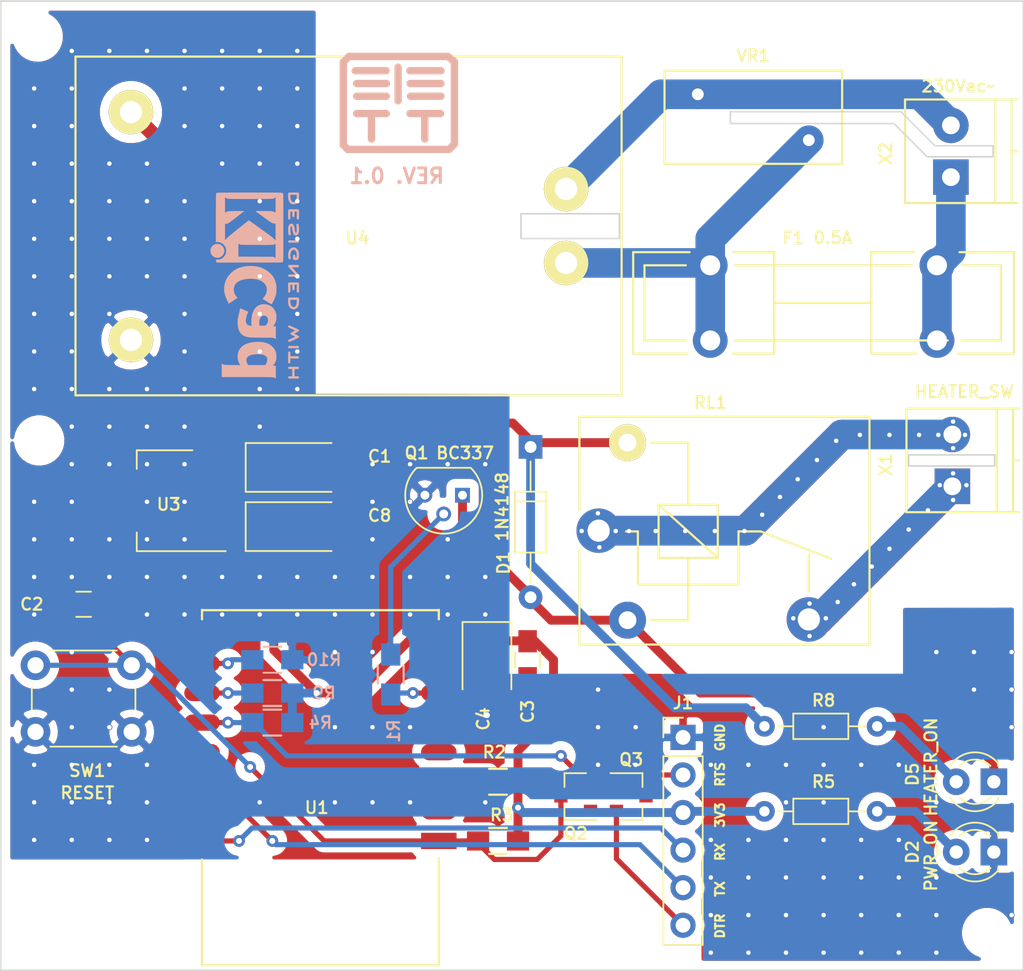
<source format=kicad_pcb>
(kicad_pcb (version 20171130) (host pcbnew 5.1.5-52549c5~84~ubuntu18.04.1)
  (layers (0 F.Cu signal) (31 B.Cu signal) (34 B.Paste user) (35 F.Paste user) (36 B.SilkS user) (37 F.SilkS user) (38 B.Mask user) (39 F.Mask user) (44 Edge.Cuts user))
  (net 0 "")
  (net 1 GND)
  (net 2 +3V3)
  (net 3 "Net-(D1-Pad2)")
  (net 4 +5V)
  (net 5 "Net-(D2-Pad2)")
  (net 6 "Net-(D5-Pad2)")
  (net 7 "Net-(F1-Pad1)")
  (net 8 "Net-(F1-Pad2)")
  (net 9 /H_RELAY_CMD)
  (net 10 "Net-(Q1-Pad2)")
  (net 11 "Net-(RL1-Pad11)")
  (net 12 "Net-(RL1-Pad14)")
  (net 13 "Net-(U4-Pad2)")
  (net 14 /RESET)
  (net 15 /RTS)
  (net 16 /RX)
  (net 17 /TX)
  (net 18 /DTR)
  (net 19 /GPIO0)
  (net 20 /EN)
  (net 21 /GPIO2)
  (net 22 /GPIO15)
  (net 23 "Net-(U1-Pad14)")
  (net 24 "Net-(U1-Pad13)")
  (net 25 "Net-(U1-Pad7)")
  (net 26 "Net-(U1-Pad5)")
  (net 27 "Net-(U1-Pad4)")
  (net 28 "Net-(U1-Pad2)")
  (module Symbols:KiCad-Logo2_6mm_SilkScreen (layer B.Cu) (at 132.3 76.7 270)
    (fp_text reference REF*** hide)
    (fp_text value KiCad-Logo2_6mm_SilkScreen hide)
  )
  (module myfootprints.pretty:my_logo (layer B.Cu) (at 142 65 180)
    (fp_text reference REF** hide)
    (fp_text value my_logo hide)
  )
  (module VIA_MATRIX (layer F.Cu) (at 179.5 87.7)
    (fp_text reference V27_18 hide)
    (fp_text value AUTO_VIA hide)
    (pad 1 thru_hole circle (at 0 0) (size 0.4 0.4) (drill 0.3) (layers *.Cu) (net 11 "Net-(RL1-Pad11)") (clearance 0.3))
  )
  (module VIA_MATRIX (layer F.Cu) (at 180.3 86.8)
    (fp_text reference V27_18 hide)
    (fp_text value AUTO_VIA hide)
    (pad 1 thru_hole circle (at 0 0) (size 0.4 0.4) (drill 0.3) (layers *.Cu) (net 11 "Net-(RL1-Pad11)") (clearance 0.3))
  )
  (module VIA_MATRIX (layer F.Cu) (at 179.5 85.9)
    (fp_text reference V27_18 hide)
    (fp_text value AUTO_VIA hide)
    (pad 1 thru_hole circle (at 0 0) (size 0.4 0.4) (drill 0.3) (layers *.Cu) (net 11 "Net-(RL1-Pad11)") (clearance 0.3))
  )
  (module VIA_MATRIX (layer F.Cu) (at 179.5 91.2)
    (fp_text reference V27_18 hide)
    (fp_text value AUTO_VIA hide)
    (pad 1 thru_hole circle (at 0 0) (size 0.4 0.4) (drill 0.3) (layers *.Cu) (net 12 "Net-(RL1-Pad14)") (clearance 0.3))
  )
  (module VIA_MATRIX (layer F.Cu) (at 179.5 89.4)
    (fp_text reference V27_18 hide)
    (fp_text value AUTO_VIA hide)
    (pad 1 thru_hole circle (at 0 0) (size 0.4 0.4) (drill 0.3) (layers *.Cu) (net 12 "Net-(RL1-Pad14)") (clearance 0.3))
  )
  (module VIA_MATRIX (layer F.Cu) (at 180.4 90.2)
    (fp_text reference V27_18 hide)
    (fp_text value AUTO_VIA hide)
    (pad 1 thru_hole circle (at 0 0) (size 0.4 0.4) (drill 0.3) (layers *.Cu) (net 12 "Net-(RL1-Pad14)") (clearance 0.3))
  )
  (module VIA_MATRIX (layer F.Cu) (at 178.6 90.2)
    (fp_text reference V27_18 hide)
    (fp_text value AUTO_VIA hide)
    (pad 1 thru_hole circle (at 0 0) (size 0.4 0.4) (drill 0.3) (layers *.Cu) (net 12 "Net-(RL1-Pad14)") (clearance 0.3))
  )
  (module VIA_MATRIX (layer F.Cu) (at 169.8 100.4)
    (fp_text reference V27_18 hide)
    (fp_text value AUTO_VIA hide)
    (pad 1 thru_hole circle (at 0 0) (size 0.4 0.4) (drill 0.3) (layers *.Cu) (net 12 "Net-(RL1-Pad14)") (clearance 0.3))
  )
  (module VIA_MATRIX (layer F.Cu) (at 170.9 99.2)
    (fp_text reference V27_18 hide)
    (fp_text value AUTO_VIA hide)
    (pad 1 thru_hole circle (at 0 0) (size 0.4 0.4) (drill 0.3) (layers *.Cu) (net 12 "Net-(RL1-Pad14)") (clearance 0.3))
  )
  (module VIA_MATRIX (layer F.Cu) (at 168.7 99.2)
    (fp_text reference V27_18 hide)
    (fp_text value AUTO_VIA hide)
    (pad 1 thru_hole circle (at 0 0) (size 0.4 0.4) (drill 0.3) (layers *.Cu) (net 12 "Net-(RL1-Pad14)") (clearance 0.3))
  )
  (module VIA_MATRIX (layer F.Cu) (at 169.8 98.2)
    (fp_text reference V27_18 hide)
    (fp_text value AUTO_VIA hide)
    (pad 1 thru_hole circle (at 0 0) (size 0.4 0.4) (drill 0.3) (layers *.Cu) (net 12 "Net-(RL1-Pad14)") (clearance 0.3))
  )
  (module VIA_MATRIX (layer F.Cu) (at 175.2 94.5)
    (fp_text reference V27_18 hide)
    (fp_text value AUTO_VIA hide)
    (pad 1 thru_hole circle (at 0 0) (size 0.4 0.4) (drill 0.3) (layers *.Cu) (net 12 "Net-(RL1-Pad14)") (clearance 0.3))
  )
  (module VIA_MATRIX (layer F.Cu) (at 172.8 96.9)
    (fp_text reference V27_18 hide)
    (fp_text value AUTO_VIA hide)
    (pad 1 thru_hole circle (at 0 0) (size 0.4 0.4) (drill 0.3) (layers *.Cu) (net 12 "Net-(RL1-Pad14)") (clearance 0.3))
  )
  (module VIA_MATRIX (layer F.Cu) (at 177.8 91.9)
    (fp_text reference V27_18 hide)
    (fp_text value AUTO_VIA hide)
    (pad 1 thru_hole circle (at 0 0) (size 0.4 0.4) (drill 0.3) (layers *.Cu) (net 12 "Net-(RL1-Pad14)") (clearance 0.3))
  )
  (module VIA_MATRIX (layer F.Cu) (at 176.5 93.2)
    (fp_text reference V27_18 hide)
    (fp_text value AUTO_VIA hide)
    (pad 1 thru_hole circle (at 0 0) (size 0.4 0.4) (drill 0.3) (layers *.Cu) (net 12 "Net-(RL1-Pad14)") (clearance 0.3))
  )
  (module VIA_MATRIX (layer F.Cu) (at 174 95.7)
    (fp_text reference V27_18 hide)
    (fp_text value AUTO_VIA hide)
    (pad 1 thru_hole circle (at 0 0) (size 0.4 0.4) (drill 0.3) (layers *.Cu) (net 12 "Net-(RL1-Pad14)") (clearance 0.3))
  )
  (module VIA_MATRIX (layer F.Cu) (at 171.7 98.1)
    (fp_text reference V27_18 hide)
    (fp_text value AUTO_VIA hide)
    (pad 1 thru_hole circle (at 0 0) (size 0.4 0.4) (drill 0.3) (layers *.Cu) (net 12 "Net-(RL1-Pad14)") (clearance 0.3))
  )
  (module VIA_MATRIX (layer F.Cu) (at 157.6 93.3)
    (fp_text reference V27_18 hide)
    (fp_text value AUTO_VIA hide)
    (pad 1 thru_hole circle (at 0 0) (size 0.4 0.4) (drill 0.3) (layers *.Cu) (net 11 "Net-(RL1-Pad11)") (clearance 0.3))
  )
  (module VIA_MATRIX (layer F.Cu) (at 171.6 87.2)
    (fp_text reference V27_18 hide)
    (fp_text value AUTO_VIA hide)
    (pad 1 thru_hole circle (at 0 0) (size 0.4 0.4) (drill 0.3) (layers *.Cu) (net 11 "Net-(RL1-Pad11)") (clearance 0.3))
  )
  (module VIA_MATRIX (layer F.Cu) (at 170.3 88.5)
    (fp_text reference V27_18 hide)
    (fp_text value AUTO_VIA hide)
    (pad 1 thru_hole circle (at 0 0) (size 0.4 0.4) (drill 0.3) (layers *.Cu) (net 11 "Net-(RL1-Pad11)") (clearance 0.3))
  )
  (module VIA_MATRIX (layer F.Cu) (at 169 89.8)
    (fp_text reference V27_18 hide)
    (fp_text value AUTO_VIA hide)
    (pad 1 thru_hole circle (at 0 0) (size 0.4 0.4) (drill 0.3) (layers *.Cu) (net 11 "Net-(RL1-Pad11)") (clearance 0.3))
  )
  (module VIA_MATRIX (layer F.Cu) (at 167.8 91)
    (fp_text reference V27_18 hide)
    (fp_text value AUTO_VIA hide)
    (pad 1 thru_hole circle (at 0 0) (size 0.4 0.4) (drill 0.3) (layers *.Cu) (net 11 "Net-(RL1-Pad11)") (clearance 0.3))
  )
  (module VIA_MATRIX (layer F.Cu) (at 166.6 92.2)
    (fp_text reference V27_18 hide)
    (fp_text value AUTO_VIA hide)
    (pad 1 thru_hole circle (at 0 0) (size 0.4 0.4) (drill 0.3) (layers *.Cu) (net 11 "Net-(RL1-Pad11)") (clearance 0.3))
  )
  (module VIA_MATRIX (layer F.Cu) (at 173.2 86.8)
    (fp_text reference V27_18 hide)
    (fp_text value AUTO_VIA hide)
    (pad 1 thru_hole circle (at 0 0) (size 0.4 0.4) (drill 0.3) (layers *.Cu) (net 11 "Net-(RL1-Pad11)") (clearance 0.3))
  )
  (module VIA_MATRIX (layer F.Cu) (at 178.5 86.8)
    (fp_text reference V27_18 hide)
    (fp_text value AUTO_VIA hide)
    (pad 1 thru_hole circle (at 0 0) (size 0.4 0.4) (drill 0.3) (layers *.Cu) (net 11 "Net-(RL1-Pad11)") (clearance 0.3))
  )
  (module VIA_MATRIX (layer F.Cu) (at 175.2 86.8)
    (fp_text reference V27_18 hide)
    (fp_text value AUTO_VIA hide)
    (pad 1 thru_hole circle (at 0 0) (size 0.4 0.4) (drill 0.3) (layers *.Cu) (net 11 "Net-(RL1-Pad11)") (clearance 0.3))
  )
  (module VIA_MATRIX (layer F.Cu) (at 177.2 86.8)
    (fp_text reference V27_18 hide)
    (fp_text value AUTO_VIA hide)
    (pad 1 thru_hole circle (at 0 0) (size 0.4 0.4) (drill 0.3) (layers *.Cu) (net 11 "Net-(RL1-Pad11)") (clearance 0.3))
  )
  (module VIA_MATRIX (layer F.Cu) (at 156.7 93.3)
    (fp_text reference V27_18 hide)
    (fp_text value AUTO_VIA hide)
    (pad 1 thru_hole circle (at 0 0) (size 0.4 0.4) (drill 0.3) (layers *.Cu) (net 11 "Net-(RL1-Pad11)") (clearance 0.3))
  )
  (module VIA_MATRIX (layer F.Cu) (at 155.6 94.4)
    (fp_text reference V27_18 hide)
    (fp_text value AUTO_VIA hide)
    (pad 1 thru_hole circle (at 0 0) (size 0.4 0.4) (drill 0.3) (layers *.Cu) (net 11 "Net-(RL1-Pad11)") (clearance 0.3))
  )
  (module VIA_MATRIX (layer F.Cu) (at 154.4 93.3)
    (fp_text reference V27_18 hide)
    (fp_text value AUTO_VIA hide)
    (pad 1 thru_hole circle (at 0 0) (size 0.4 0.4) (drill 0.3) (layers *.Cu) (net 11 "Net-(RL1-Pad11)") (clearance 0.3))
  )
  (module VIA_MATRIX (layer F.Cu) (at 155.5 92.1)
    (fp_text reference V27_18 hide)
    (fp_text value AUTO_VIA hide)
    (pad 1 thru_hole circle (at 0 0) (size 0.4 0.4) (drill 0.3) (layers *.Cu) (net 11 "Net-(RL1-Pad11)") (clearance 0.3))
  )
  (module VIA_MATRIX (layer F.Cu) (at 165.4 93.3)
    (fp_text reference V27_18 hide)
    (fp_text value AUTO_VIA hide)
    (pad 1 thru_hole circle (at 0 0) (size 0.4 0.4) (drill 0.3) (layers *.Cu) (net 11 "Net-(RL1-Pad11)") (clearance 0.3))
  )
  (module VIA_MATRIX (layer F.Cu) (at 163.4 93.3)
    (fp_text reference V27_18 hide)
    (fp_text value AUTO_VIA hide)
    (pad 1 thru_hole circle (at 0 0) (size 0.4 0.4) (drill 0.3) (layers *.Cu) (net 11 "Net-(RL1-Pad11)") (clearance 0.3))
  )
  (module VIA_MATRIX (layer F.Cu) (at 161.4 93.3)
    (fp_text reference V27_18 hide)
    (fp_text value AUTO_VIA hide)
    (pad 1 thru_hole circle (at 0 0) (size 0.4 0.4) (drill 0.3) (layers *.Cu) (net 11 "Net-(RL1-Pad11)") (clearance 0.3))
  )
  (module VIA_MATRIX (layer F.Cu) (at 159.4 93.3)
    (fp_text reference V27_18 hide)
    (fp_text value AUTO_VIA hide)
    (pad 1 thru_hole circle (at 0 0) (size 0.4 0.4) (drill 0.3) (layers *.Cu) (net 11 "Net-(RL1-Pad11)") (clearance 0.3))
  )
  (module Mounting_Holes:MountingHole_2.2mm_M2 (layer F.Cu) (at 117.65 59.875)
    (fp_text reference REF** hide)
    (fp_text value MountingHole_2.2mm_M2 hide)
    (pad "" np_thru_hole circle (at 0 0) (size 2.2 2.2) (drill 2.2) (layers *.Cu *.Mask))
  )
  (module Mounting_Holes:MountingHole_2.2mm_M2 (layer F.Cu) (at 181.8 59.925)
    (fp_text reference REF** hide)
    (fp_text value MountingHole_2.2mm_M2 hide)
    (pad "" np_thru_hole circle (at 0 0) (size 2.2 2.2) (drill 2.2) (layers *.Cu *.Mask))
  )
  (module Mounting_Holes:MountingHole_2.2mm_M2 (layer F.Cu) (at 181.8 95.275)
    (fp_text reference REF** hide)
    (fp_text value MountingHole_2.2mm_M2 hide)
    (pad "" np_thru_hole circle (at 0 0) (size 2.2 2.2) (drill 2.2) (layers *.Cu *.Mask))
  )
  (module Mounting_Holes:MountingHole_2.2mm_M2 (layer F.Cu) (at 181.8 120.475)
    (fp_text reference REF** hide)
    (fp_text value MountingHole_2.2mm_M2 hide)
    (pad "" np_thru_hole circle (at 0 0) (size 2.2 2.2) (drill 2.2) (layers *.Cu *.Mask))
  )
  (module Mounting_Holes:MountingHole_2.2mm_M2 (layer F.Cu) (at 117.75 87.175)
    (fp_text reference REF** hide)
    (fp_text value MountingHole_2.2mm_M2 hide)
    (pad "" np_thru_hole circle (at 0 0) (size 2.2 2.2) (drill 2.2) (layers *.Cu *.Mask))
  )
  (module Mounting_Holes:MountingHole_2.2mm_M2 (layer F.Cu) (at 117.65 120.475)
    (fp_text reference REF** hide)
    (fp_text value MountingHole_2.2mm_M2 hide)
    (pad "" np_thru_hole circle (at 0 0) (size 2.2 2.2) (drill 2.2) (layers *.Cu *.Mask))
  )
  (module Resistors_ThroughHole:R_Axial_DIN0204_L3.6mm_D1.6mm_P7.62mm_Horizontal (layer F.Cu) (at 166.75 106.5)
    (fp_text reference R8 (at 4 -1.75) (layer F.SilkS) (effects (font (size 0.8 0.8))))
    (fp_text value 330 hide)
    (pad 1 thru_hole circle (at 0 0) (size 1.4 1.4) (drill 0.7) (layers *.Cu *.Mask) (net 4 +5V))
    (pad 2 thru_hole oval (at 7.62 0) (size 1.4 1.4) (drill 0.7) (layers *.Cu *.Mask) (net 6 "Net-(D5-Pad2)"))
  )
  (module Resistors_ThroughHole:R_Axial_DIN0204_L3.6mm_D1.6mm_P7.62mm_Horizontal (layer F.Cu) (at 166.75 112.25)
    (fp_text reference R5 (at 4 -2) (layer F.SilkS) (effects (font (size 0.8 0.8))))
    (fp_text value 330 hide)
    (pad 1 thru_hole circle (at 0 0) (size 1.4 1.4) (drill 0.7) (layers *.Cu *.Mask) (net 2 +3V3))
    (pad 2 thru_hole oval (at 7.62 0) (size 1.4 1.4) (drill 0.7) (layers *.Cu *.Mask) (net 5 "Net-(D2-Pad2)"))
  )
  (module Capacitors_SMD:C_0805_HandSoldering (layer F.Cu) (at 120.75 98.25 180)
    (fp_text reference C2 (at 3.5 0 180) (layer F.SilkS) (effects (font (size 0.8 0.8))))
    (fp_text value 100n hide)
    (pad 1 smd rect (at -1.25 0 180) (size 1.5 1.25) (layers F.Cu F.Paste F.Mask) (net 14 /RESET))
    (pad 2 smd rect (at 1.25 0 180) (size 1.5 1.25) (layers F.Cu F.Paste F.Mask) (net 1 GND))
  )
  (module Capacitors_SMD:C_0805_HandSoldering (layer F.Cu) (at 150.75 102 270)
    (fp_text reference C3 (at 3.5 0 270) (layer F.SilkS) (effects (font (size 0.8 0.8))))
    (fp_text value 100n hide)
    (pad 1 smd rect (at -1.25 0 270) (size 1.5 1.25) (layers F.Cu F.Paste F.Mask) (net 2 +3V3))
    (pad 2 smd rect (at 1.25 0 270) (size 1.5 1.25) (layers F.Cu F.Paste F.Mask) (net 1 GND))
  )
  (module Capacitors_Tantalum_SMD:CP_Tantalum_Case-B_EIA-3528-21_Hand (layer F.Cu) (at 135.75 93)
    (fp_text reference C8 (at 5 -0.75) (layer F.SilkS) (effects (font (size 0.8 0.8))))
    (fp_text value 22u hide)
    (pad 1 smd rect (at -2.15 0) (size 3.2 2.5) (layers F.Cu F.Paste F.Mask) (net 2 +3V3))
    (pad 2 smd rect (at 2.15 0) (size 3.2 2.5) (layers F.Cu F.Paste F.Mask) (net 1 GND))
  )
  (module Diodes_ThroughHole:D_DO-35_SOD27_P10.16mm_Horizontal (layer F.Cu) (at 150.95 87.615 270)
    (fp_text reference D1 (at 7.835 1.825 270) (layer F.SilkS) (effects (font (size 0.8 0.8))))
    (fp_text value 1N4148 (at 4.035 1.925 270) (layer F.SilkS) (effects (font (size 0.8 0.8))))
    (pad 2 thru_hole oval (at 10.16 0 270) (size 1.6 1.6) (drill 0.8) (layers *.Cu *.Mask) (net 3 "Net-(D1-Pad2)"))
    (pad 1 thru_hole rect (at 0 0 270) (size 1.6 1.6) (drill 0.8) (layers *.Cu *.Mask) (net 4 +5V))
  )
  (module LEDs:LED_D3.0mm (layer F.Cu) (at 182.25 115 180)
    (fp_text reference D2 (at 5.5 0 90) (layer F.SilkS) (effects (font (size 0.8 0.8))))
    (fp_text value PWR_ON (at 4.25 -0.25 90) (layer F.SilkS) (effects (font (size 0.8 0.8))))
    (pad 2 thru_hole circle (at 2.54 0 180) (size 1.8 1.8) (drill 0.9) (layers *.Cu *.Mask) (net 5 "Net-(D2-Pad2)"))
    (pad 1 thru_hole rect (at 0 0 180) (size 1.8 1.8) (drill 0.9) (layers *.Cu *.Mask) (net 1 GND))
  )
  (module LEDs:LED_D3.0mm (layer F.Cu) (at 182.25 110.25 180)
    (fp_text reference D5 (at 5.5 0.5 270) (layer F.SilkS) (effects (font (size 0.8 0.8))))
    (fp_text value HEATER_ON (at 4.25 1 270) (layer F.SilkS) (effects (font (size 0.8 0.8))))
    (pad 1 thru_hole rect (at 0 0 180) (size 1.8 1.8) (drill 0.9) (layers *.Cu *.Mask) (net 3 "Net-(D1-Pad2)"))
    (pad 2 thru_hole circle (at 2.54 0 180) (size 1.8 1.8) (drill 0.9) (layers *.Cu *.Mask) (net 6 "Net-(D5-Pad2)"))
  )
  (module Fuse_Holders_and_Fuses:Fuseholder5x20_horiz_open_lateral_Type-II (layer F.Cu) (at 170.75 77.875)
    (fp_text reference F1 (at -2.05 -4.375) (layer F.SilkS) (effects (font (size 0.8 0.8))))
    (fp_text value 0.5A (at 0.625 -4.4) (layer F.SilkS) (effects (font (size 0.8 0.8))))
    (pad 1 thru_hole circle (at -7.66064 2.54) (size 2.3495 2.3495) (drill 1.34874) (layers *.Cu *.Mask) (net 7 "Net-(F1-Pad1)"))
    (pad 1 thru_hole circle (at -7.66064 -2.54) (size 2.3495 2.3495) (drill 1.34874) (layers *.Cu *.Mask) (net 7 "Net-(F1-Pad1)"))
    (pad 2 thru_hole circle (at 7.66064 2.54) (size 2.3495 2.3495) (drill 1.34874) (layers *.Cu *.Mask) (net 8 "Net-(F1-Pad2)"))
    (pad 2 thru_hole circle (at 7.66064 -2.54) (size 2.3495 2.3495) (drill 1.34874) (layers *.Cu *.Mask) (net 8 "Net-(F1-Pad2)"))
  )
  (module TO_SOT_Packages_THT:TO-92_Molded_Narrow (layer F.Cu) (at 146.35 90.875 180)
    (fp_text reference Q1 (at 3.1 2.85 180) (layer F.SilkS) (effects (font (size 0.8 0.8))))
    (fp_text value BC337 (at -0.175 2.85 180) (layer F.SilkS) (effects (font (size 0.8 0.8))))
    (pad 1 thru_hole rect (at 0 0 270) (size 1 1) (drill 0.6) (layers *.Cu *.Mask) (net 3 "Net-(D1-Pad2)"))
    (pad 3 thru_hole circle (at 2.54 0 270) (size 1 1) (drill 0.6) (layers *.Cu *.Mask) (net 1 GND))
    (pad 2 thru_hole circle (at 1.27 -1.27 270) (size 1 1) (drill 0.6) (layers *.Cu *.Mask) (net 10 "Net-(Q1-Pad2)"))
  )
  (module Resistors_SMD:R_0805_HandSoldering (layer B.Cu) (at 141.5 103 270)
    (fp_text reference R1 (at 3.825 -0.2 270) (layer B.SilkS) (effects (font (size 0.8 0.8)) (justify mirror)))
    (fp_text value 5K6 hide)
    (pad 1 smd rect (at -1.35 0 270) (size 1.5 1.3) (layers B.Cu B.Paste B.Mask) (net 10 "Net-(Q1-Pad2)"))
    (pad 2 smd rect (at 1.35 0 270) (size 1.5 1.3) (layers B.Cu B.Paste B.Mask) (net 9 /H_RELAY_CMD))
  )
  (module Resistors_SMD:R_0805_HandSoldering (layer F.Cu) (at 148.75 110.25)
    (fp_text reference R2 (at -0.25 -2) (layer F.SilkS) (effects (font (size 0.8 0.8))))
    (fp_text value 10K hide)
    (pad 2 smd rect (at 1.35 0) (size 1.5 1.3) (layers F.Cu F.Paste F.Mask) (net 2 +3V3))
    (pad 1 smd rect (at -1.35 0) (size 1.5 1.3) (layers F.Cu F.Paste F.Mask) (net 20 /EN))
  )
  (module Resistors_SMD:R_0805_HandSoldering (layer F.Cu) (at 148.75 114.25)
    (fp_text reference R3 (at 0.25 -1.75) (layer F.SilkS) (effects (font (size 0.8 0.8))))
    (fp_text value 10K hide)
    (pad 2 smd rect (at 1.35 0) (size 1.5 1.3) (layers F.Cu F.Paste F.Mask) (net 2 +3V3))
    (pad 1 smd rect (at -1.35 0) (size 1.5 1.3) (layers F.Cu F.Paste F.Mask) (net 14 /RESET))
  )
  (module Resistors_SMD:R_0805_HandSoldering (layer B.Cu) (at 133.5 106.25)
    (fp_text reference R4 (at 3.25 0) (layer B.SilkS) (effects (font (size 0.8 0.8)) (justify mirror)))
    (fp_text value 10K hide)
    (pad 1 smd rect (at -1.35 0) (size 1.5 1.3) (layers B.Cu B.Paste B.Mask) (net 19 /GPIO0))
    (pad 2 smd rect (at 1.35 0) (size 1.5 1.3) (layers B.Cu B.Paste B.Mask) (net 2 +3V3))
  )
  (module Resistors_SMD:R_0805_HandSoldering (layer B.Cu) (at 133.5 104.25)
    (fp_text reference R9 (at 3.5 0) (layer B.SilkS) (effects (font (size 0.8 0.8)) (justify mirror)))
    (fp_text value 10K hide)
    (pad 1 smd rect (at -1.35 0) (size 1.5 1.3) (layers B.Cu B.Paste B.Mask) (net 21 /GPIO2))
    (pad 2 smd rect (at 1.35 0) (size 1.5 1.3) (layers B.Cu B.Paste B.Mask) (net 2 +3V3))
  )
  (module myfootprints:RM50_SP (layer F.Cu) (at 155.55 93.275)
    (fp_text reference RL1 (at 7.55 -8.65) (layer F.SilkS) (effects (font (size 0.8 0.8))))
    (fp_text value RM50-SP hide)
    (pad A2 thru_hole circle (at 1.95 6.05 90) (size 2.5 2.5) (drill 1.2) (layers *.Cu *.Mask) (net 3 "Net-(D1-Pad2)"))
    (pad A1 thru_hole circle (at 1.95 -5.95 90) (size 2.5 2.5) (drill 1.2) (layers *.Cu *.Mask F.SilkS) (net 4 +5V))
    (pad 11 thru_hole circle (at 0 0 90) (size 3 3) (drill 1.5) (layers *.Cu *.Mask) (net 11 "Net-(RL1-Pad11)"))
    (pad 14 thru_hole circle (at 14.2 6 90) (size 3 3) (drill 1.5) (layers *.Cu *.Mask) (net 12 "Net-(RL1-Pad14)"))
  )
  (module TO_SOT_Packages_SMD:SOT-223 (layer F.Cu) (at 126.25 91.25 180)
    (fp_text reference U3 (at -0.25 -0.25) (layer F.SilkS) (effects (font (size 0.8 0.8))))
    (fp_text value AMS1117-3.3 hide)
    (pad 1 smd rect (at -3.15 -2.3 180) (size 2 1.5) (layers F.Cu F.Paste F.Mask) (net 1 GND))
    (pad 3 smd rect (at -3.15 2.3 180) (size 2 1.5) (layers F.Cu F.Paste F.Mask) (net 4 +5V))
    (pad 2 smd rect (at -3.15 0 180) (size 2 1.5) (layers F.Cu F.Paste F.Mask) (net 2 +3V3))
    (pad 4 smd rect (at 3.15 0 180) (size 2 3.8) (layers F.Cu F.Paste F.Mask))
  )
  (module myfootprints:HLK-PM01 (layer F.Cu) (at 153.35 75.175 180)
    (fp_text reference U4 (at 14.1 1.675) (layer F.SilkS) (effects (font (size 0.8 0.8))))
    (fp_text value HLK-PM01 hide)
    (pad 1 thru_hole circle (at 0 0 180) (size 3 3) (drill 1.5) (layers *.Cu *.Mask F.SilkS) (net 7 "Net-(F1-Pad1)"))
    (pad 2 thru_hole circle (at 0 5 180) (size 3 3) (drill 1.5) (layers *.Cu *.Mask F.SilkS) (net 13 "Net-(U4-Pad2)"))
    (pad 4 thru_hole circle (at 29.4 -5.2 180) (size 3 3) (drill 1.5) (layers *.Cu *.Mask F.SilkS) (net 1 GND))
    (pad 3 thru_hole circle (at 29.4 10.2 180) (size 3 3) (drill 1.5) (layers *.Cu *.Mask F.SilkS) (net 4 +5V))
  )
  (module Varistors:RV_Disc_D12_W6.3_P7.5 (layer F.Cu) (at 169.75 66.875 180)
    (fp_text reference VR1 (at 3.75 5.7 180) (layer F.SilkS) (effects (font (size 0.8 0.8))))
    (fp_text value VAR10-300 hide)
    (pad 2 thru_hole circle (at 7.5 3.1 180) (size 1.8 1.8) (drill 0.8) (layers *.Cu *.Mask) (net 13 "Net-(U4-Pad2)"))
    (pad 1 thru_hole circle (at 0 0 180) (size 1.8 1.8) (drill 0.8) (layers *.Cu *.Mask) (net 7 "Net-(F1-Pad1)"))
  )
  (module Terminal_Blocks:TerminalBlock_Pheonix_PT-3.5mm_2pol (layer F.Cu) (at 179.45 90.275 90)
    (fp_text reference X1 (at 1.475 -4.5 90) (layer F.SilkS) (effects (font (size 0.8 0.8))))
    (fp_text value HEATER_SW (at 6.4 0.8 180) (layer F.SilkS) (effects (font (size 0.8 0.8))))
    (pad 2 thru_hole circle (at 3.5 0 90) (size 2.4 2.4) (drill 1.2) (layers *.Cu *.Mask) (net 11 "Net-(RL1-Pad11)"))
    (pad 1 thru_hole rect (at 0 0 90) (size 2.4 2.4) (drill 1.2) (layers *.Cu *.Mask) (net 12 "Net-(RL1-Pad14)"))
  )
  (module Terminal_Blocks:TerminalBlock_Pheonix_PT-3.5mm_2pol (layer F.Cu) (at 179.35 69.375 90)
    (fp_text reference X2 (at 1.6 -4.4 90) (layer F.SilkS) (effects (font (size 0.8 0.8))))
    (fp_text value 230Vac~~ (at 6.15 0.5 180) (layer F.SilkS) (effects (font (size 0.8 0.8))))
    (pad 1 thru_hole rect (at 0 0 90) (size 2.4 2.4) (drill 1.2) (layers *.Cu *.Mask) (net 8 "Net-(F1-Pad2)"))
    (pad 2 thru_hole circle (at 3.5 0 90) (size 2.4 2.4) (drill 1.2) (layers *.Cu *.Mask) (net 13 "Net-(U4-Pad2)"))
  )
  (module Capacitors_Tantalum_SMD:CP_Tantalum_Case-B_EIA-3528-21_Hand (layer F.Cu) (at 135.75 89)
    (fp_text reference C1 (at 5 -0.75) (layer F.SilkS) (effects (font (size 0.8 0.8))))
    (fp_text value 22u)
    (pad 1 smd rect (at -2.15 0) (size 3.2 2.5) (layers F.Cu F.Paste F.Mask) (net 4 +5V))
    (pad 2 smd rect (at 2.15 0) (size 3.2 2.5) (layers F.Cu F.Paste F.Mask) (net 1 GND))
  )
  (module Capacitors_Tantalum_SMD:CP_Tantalum_Case-B_EIA-3528-21_Reflow (layer F.Cu) (at 148 102.25 270)
    (fp_text reference C4 (at 3.75 0.25 270) (layer F.SilkS) (effects (font (size 0.8 0.8))))
    (fp_text value 22u)
    (pad 1 smd rect (at -1.525 0 270) (size 1.95 2.5) (layers F.Cu F.Paste F.Mask) (net 2 +3V3))
    (pad 2 smd rect (at 1.525 0 270) (size 1.95 2.5) (layers F.Cu F.Paste F.Mask) (net 1 GND))
  )
  (module Pin_Headers:Pin_Header_Straight_1x06_Pitch2.54mm (layer F.Cu) (at 161.25 107.25)
    (fp_text reference J1 (at 0 -2.33) (layer F.SilkS) (effects (font (size 0.8 0.8))))
    (fp_text value Conn_01x06)
    (pad 1 thru_hole rect (at 0 0) (size 1.7 1.7) (drill 1) (layers *.Cu *.Mask) (net 1 GND))
    (pad 2 thru_hole oval (at 0 2.54) (size 1.7 1.7) (drill 1) (layers *.Cu *.Mask) (net 15 /RTS))
    (pad 3 thru_hole oval (at 0 5.08) (size 1.7 1.7) (drill 1) (layers *.Cu *.Mask) (net 2 +3V3))
    (pad 4 thru_hole oval (at 0 7.62) (size 1.7 1.7) (drill 1) (layers *.Cu *.Mask) (net 16 /RX))
    (pad 5 thru_hole oval (at 0 10.16) (size 1.7 1.7) (drill 1) (layers *.Cu *.Mask) (net 17 /TX))
    (pad 6 thru_hole oval (at 0 12.7) (size 1.7 1.7) (drill 1) (layers *.Cu *.Mask) (net 18 /DTR))
  )
  (module TO_SOT_Packages_SMD:SOT-23 (layer F.Cu) (at 154 111.25 180)
    (fp_text reference Q2 (at 0 -2.5 180) (layer F.SilkS) (effects (font (size 0.8 0.8))))
    (fp_text value MMBT3904)
    (pad 1 smd rect (at -1 -0.95 180) (size 0.9 0.8) (layers F.Cu F.Paste F.Mask) (net 18 /DTR))
    (pad 2 smd rect (at -1 0.95 180) (size 0.9 0.8) (layers F.Cu F.Paste F.Mask) (net 15 /RTS))
    (pad 3 smd rect (at 1 0 180) (size 0.9 0.8) (layers F.Cu F.Paste F.Mask) (net 14 /RESET))
  )
  (module TO_SOT_Packages_SMD:SOT-23 (layer F.Cu) (at 157.75 111.25)
    (fp_text reference Q3 (at 0 -2.5) (layer F.SilkS) (effects (font (size 0.8 0.8))))
    (fp_text value MMBT3904)
    (pad 1 smd rect (at -1 -0.95) (size 0.9 0.8) (layers F.Cu F.Paste F.Mask) (net 15 /RTS))
    (pad 2 smd rect (at -1 0.95) (size 0.9 0.8) (layers F.Cu F.Paste F.Mask) (net 18 /DTR))
    (pad 3 smd rect (at 1 0) (size 0.9 0.8) (layers F.Cu F.Paste F.Mask) (net 19 /GPIO0))
  )
  (module Resistors_SMD:R_0805_HandSoldering (layer B.Cu) (at 133.5 102)
    (fp_text reference R10 (at 3.5 0) (layer B.SilkS) (effects (font (size 0.8 0.8)) (justify mirror)))
    (fp_text value 10K)
    (pad 1 smd rect (at -1.35 0) (size 1.5 1.3) (layers B.Cu B.Paste B.Mask) (net 22 /GPIO15))
    (pad 2 smd rect (at 1.35 0) (size 1.5 1.3) (layers B.Cu B.Paste B.Mask) (net 1 GND))
  )
  (module Buttons_Switches_THT:SW_PUSH_6mm (layer F.Cu) (at 117.5 102.375)
    (fp_text reference SW1 (at 3.5 7.125) (layer F.SilkS) (effects (font (size 0.8 0.8))))
    (fp_text value RESET (at 3.5 8.625) (layer F.SilkS) (effects (font (size 0.8 0.8))))
    (pad 2 thru_hole circle (at 0 4.5 90) (size 2 2) (drill 1.1) (layers *.Cu *.Mask) (net 1 GND))
    (pad 1 thru_hole circle (at 0 0 90) (size 2 2) (drill 1.1) (layers *.Cu *.Mask) (net 14 /RESET))
    (pad 2 thru_hole circle (at 6.5 4.5 90) (size 2 2) (drill 1.1) (layers *.Cu *.Mask) (net 1 GND))
    (pad 1 thru_hole circle (at 6.5 0 90) (size 2 2) (drill 1.1) (layers *.Cu *.Mask) (net 14 /RESET))
  )
  (module myfootprints.pretty:ESP-12 (layer F.Cu) (at 144.75 114.25 180)
    (fp_text reference U1 (at 8.25 2.25) (layer F.SilkS) (effects (font (size 0.8 0.8))))
    (fp_text value ESP-12)
    (pad 16 smd oval (at 16 0 180) (size 2.4 1.1) (layers F.Cu F.Paste F.Mask) (net 16 /RX))
    (pad 15 smd oval (at 16 2 180) (size 2.4 1.1) (layers F.Cu F.Paste F.Mask) (net 17 /TX))
    (pad 14 smd oval (at 16 4 180) (size 2.4 1.1) (layers F.Cu F.Paste F.Mask) (net 23 "Net-(U1-Pad14)"))
    (pad 13 smd oval (at 16 6 180) (size 2.4 1.1) (layers F.Cu F.Paste F.Mask) (net 24 "Net-(U1-Pad13)"))
    (pad 12 smd oval (at 16 8 180) (size 2.4 1.1) (layers F.Cu F.Paste F.Mask) (net 19 /GPIO0))
    (pad 11 smd oval (at 16 10 180) (size 2.4 1.1) (layers F.Cu F.Paste F.Mask) (net 21 /GPIO2))
    (pad 10 smd oval (at 16 12 180) (size 2.4 1.1) (layers F.Cu F.Paste F.Mask) (net 22 /GPIO15))
    (pad 9 smd oval (at 16 14 180) (size 2.4 1.1) (layers F.Cu F.Paste F.Mask) (net 1 GND))
    (pad 8 smd oval (at 0 14 180) (size 2.4 1.1) (layers F.Cu F.Paste F.Mask) (net 2 +3V3))
    (pad 7 smd oval (at 0 12 180) (size 2.4 1.1) (layers F.Cu F.Paste F.Mask) (net 25 "Net-(U1-Pad7)"))
    (pad 6 smd oval (at 0 10 180) (size 2.4 1.1) (layers F.Cu F.Paste F.Mask) (net 9 /H_RELAY_CMD))
    (pad 5 smd oval (at 0 8 180) (size 2.4 1.1) (layers F.Cu F.Paste F.Mask) (net 26 "Net-(U1-Pad5)"))
    (pad 4 smd oval (at 0 6 180) (size 2.4 1.1) (layers F.Cu F.Paste F.Mask) (net 27 "Net-(U1-Pad4)"))
    (pad 3 smd oval (at 0 4 180) (size 2.4 1.1) (layers F.Cu F.Paste F.Mask) (net 20 /EN))
    (pad 2 smd oval (at 0 2 180) (size 2.4 1.1) (layers F.Cu F.Paste F.Mask) (net 28 "Net-(U1-Pad2)"))
    (pad 1 smd rect (at 0 0 180) (size 2.4 1.1) (layers F.Cu F.Paste F.Mask) (net 14 /RESET))
  )
  (module VIA_MATRIX (layer F.Cu) (at 119.949286 60.8415)
    (fp_text reference V4_2 hide)
    (fp_text value AUTO_VIA hide)
    (pad 1 thru_hole circle (at 0 0) (size 0.4 0.4) (drill 0.3) (layers *.Cu) (net 1 GND) (clearance 0.3))
  )
  (module VIA_MATRIX (layer F.Cu) (at 122.489286 60.8415)
    (fp_text reference V5_2 hide)
    (fp_text value AUTO_VIA hide)
    (pad 1 thru_hole circle (at 0 0) (size 0.4 0.4) (drill 0.3) (layers *.Cu) (net 1 GND) (clearance 0.3))
  )
  (module VIA_MATRIX (layer F.Cu) (at 125.029286 60.8415)
    (fp_text reference V6_2 hide)
    (fp_text value AUTO_VIA hide)
    (pad 1 thru_hole circle (at 0 0) (size 0.4 0.4) (drill 0.3) (layers *.Cu) (net 1 GND) (clearance 0.3))
  )
  (module VIA_MATRIX (layer F.Cu) (at 127.569286 60.8415)
    (fp_text reference V7_2 hide)
    (fp_text value AUTO_VIA hide)
    (pad 1 thru_hole circle (at 0 0) (size 0.4 0.4) (drill 0.3) (layers *.Cu) (net 1 GND) (clearance 0.3))
  )
  (module VIA_MATRIX (layer F.Cu) (at 130.109286 60.8415)
    (fp_text reference V8_2 hide)
    (fp_text value AUTO_VIA hide)
    (pad 1 thru_hole circle (at 0 0) (size 0.4 0.4) (drill 0.3) (layers *.Cu) (net 1 GND) (clearance 0.3))
  )
  (module VIA_MATRIX (layer F.Cu) (at 132.649286 60.8415)
    (fp_text reference V9_2 hide)
    (fp_text value AUTO_VIA hide)
    (pad 1 thru_hole circle (at 0 0) (size 0.4 0.4) (drill 0.3) (layers *.Cu) (net 1 GND) (clearance 0.3))
  )
  (module VIA_MATRIX (layer F.Cu) (at 135.189286 60.8415)
    (fp_text reference V10_2 hide)
    (fp_text value AUTO_VIA hide)
    (pad 1 thru_hole circle (at 0 0) (size 0.4 0.4) (drill 0.3) (layers *.Cu) (net 1 GND) (clearance 0.3))
  )
  (module VIA_MATRIX (layer F.Cu) (at 117.409286 63.3815)
    (fp_text reference V3_3 hide)
    (fp_text value AUTO_VIA hide)
    (pad 1 thru_hole circle (at 0 0) (size 0.4 0.4) (drill 0.3) (layers *.Cu) (net 1 GND) (clearance 0.3))
  )
  (module VIA_MATRIX (layer F.Cu) (at 119.949286 63.3815)
    (fp_text reference V4_3 hide)
    (fp_text value AUTO_VIA hide)
    (pad 1 thru_hole circle (at 0 0) (size 0.4 0.4) (drill 0.3) (layers *.Cu) (net 1 GND) (clearance 0.3))
  )
  (module VIA_MATRIX (layer F.Cu) (at 127.569286 63.3815)
    (fp_text reference V7_3 hide)
    (fp_text value AUTO_VIA hide)
    (pad 1 thru_hole circle (at 0 0) (size 0.4 0.4) (drill 0.3) (layers *.Cu) (net 1 GND) (clearance 0.3))
  )
  (module VIA_MATRIX (layer F.Cu) (at 130.109286 63.3815)
    (fp_text reference V8_3 hide)
    (fp_text value AUTO_VIA hide)
    (pad 1 thru_hole circle (at 0 0) (size 0.4 0.4) (drill 0.3) (layers *.Cu) (net 1 GND) (clearance 0.3))
  )
  (module VIA_MATRIX (layer F.Cu) (at 132.649286 63.3815)
    (fp_text reference V9_3 hide)
    (fp_text value AUTO_VIA hide)
    (pad 1 thru_hole circle (at 0 0) (size 0.4 0.4) (drill 0.3) (layers *.Cu) (net 1 GND) (clearance 0.3))
  )
  (module VIA_MATRIX (layer F.Cu) (at 135.189286 63.3815)
    (fp_text reference V10_3 hide)
    (fp_text value AUTO_VIA hide)
    (pad 1 thru_hole circle (at 0 0) (size 0.4 0.4) (drill 0.3) (layers *.Cu) (net 1 GND) (clearance 0.3))
  )
  (module VIA_MATRIX (layer F.Cu) (at 117.409286 65.9215)
    (fp_text reference V3_4 hide)
    (fp_text value AUTO_VIA hide)
    (pad 1 thru_hole circle (at 0 0) (size 0.4 0.4) (drill 0.3) (layers *.Cu) (net 1 GND) (clearance 0.3))
  )
  (module VIA_MATRIX (layer F.Cu) (at 119.949286 65.9215)
    (fp_text reference V4_4 hide)
    (fp_text value AUTO_VIA hide)
    (pad 1 thru_hole circle (at 0 0) (size 0.4 0.4) (drill 0.3) (layers *.Cu) (net 1 GND) (clearance 0.3))
  )
  (module VIA_MATRIX (layer F.Cu) (at 127.569286 65.9215)
    (fp_text reference V7_4 hide)
    (fp_text value AUTO_VIA hide)
    (pad 1 thru_hole circle (at 0 0) (size 0.4 0.4) (drill 0.3) (layers *.Cu) (net 1 GND) (clearance 0.3))
  )
  (module VIA_MATRIX (layer F.Cu) (at 130.109286 65.9215)
    (fp_text reference V8_4 hide)
    (fp_text value AUTO_VIA hide)
    (pad 1 thru_hole circle (at 0 0) (size 0.4 0.4) (drill 0.3) (layers *.Cu) (net 1 GND) (clearance 0.3))
  )
  (module VIA_MATRIX (layer F.Cu) (at 132.649286 65.9215)
    (fp_text reference V9_4 hide)
    (fp_text value AUTO_VIA hide)
    (pad 1 thru_hole circle (at 0 0) (size 0.4 0.4) (drill 0.3) (layers *.Cu) (net 1 GND) (clearance 0.3))
  )
  (module VIA_MATRIX (layer F.Cu) (at 135.189286 65.9215)
    (fp_text reference V10_4 hide)
    (fp_text value AUTO_VIA hide)
    (pad 1 thru_hole circle (at 0 0) (size 0.4 0.4) (drill 0.3) (layers *.Cu) (net 1 GND) (clearance 0.3))
  )
  (module VIA_MATRIX (layer F.Cu) (at 117.409286 68.4615)
    (fp_text reference V3_5 hide)
    (fp_text value AUTO_VIA hide)
    (pad 1 thru_hole circle (at 0 0) (size 0.4 0.4) (drill 0.3) (layers *.Cu) (net 1 GND) (clearance 0.3))
  )
  (module VIA_MATRIX (layer F.Cu) (at 119.949286 68.4615)
    (fp_text reference V4_5 hide)
    (fp_text value AUTO_VIA hide)
    (pad 1 thru_hole circle (at 0 0) (size 0.4 0.4) (drill 0.3) (layers *.Cu) (net 1 GND) (clearance 0.3))
  )
  (module VIA_MATRIX (layer F.Cu) (at 122.489286 68.4615)
    (fp_text reference V5_5 hide)
    (fp_text value AUTO_VIA hide)
    (pad 1 thru_hole circle (at 0 0) (size 0.4 0.4) (drill 0.3) (layers *.Cu) (net 1 GND) (clearance 0.3))
  )
  (module VIA_MATRIX (layer F.Cu) (at 125.029286 68.4615)
    (fp_text reference V6_5 hide)
    (fp_text value AUTO_VIA hide)
    (pad 1 thru_hole circle (at 0 0) (size 0.4 0.4) (drill 0.3) (layers *.Cu) (net 1 GND) (clearance 0.3))
  )
  (module VIA_MATRIX (layer F.Cu) (at 130.109286 68.4615)
    (fp_text reference V8_5 hide)
    (fp_text value AUTO_VIA hide)
    (pad 1 thru_hole circle (at 0 0) (size 0.4 0.4) (drill 0.3) (layers *.Cu) (net 1 GND) (clearance 0.3))
  )
  (module VIA_MATRIX (layer F.Cu) (at 132.649286 68.4615)
    (fp_text reference V9_5 hide)
    (fp_text value AUTO_VIA hide)
    (pad 1 thru_hole circle (at 0 0) (size 0.4 0.4) (drill 0.3) (layers *.Cu) (net 1 GND) (clearance 0.3))
  )
  (module VIA_MATRIX (layer F.Cu) (at 135.189286 68.4615)
    (fp_text reference V10_5 hide)
    (fp_text value AUTO_VIA hide)
    (pad 1 thru_hole circle (at 0 0) (size 0.4 0.4) (drill 0.3) (layers *.Cu) (net 1 GND) (clearance 0.3))
  )
  (module VIA_MATRIX (layer F.Cu) (at 117.409286 71.0015)
    (fp_text reference V3_6 hide)
    (fp_text value AUTO_VIA hide)
    (pad 1 thru_hole circle (at 0 0) (size 0.4 0.4) (drill 0.3) (layers *.Cu) (net 1 GND) (clearance 0.3))
  )
  (module VIA_MATRIX (layer F.Cu) (at 119.949286 71.0015)
    (fp_text reference V4_6 hide)
    (fp_text value AUTO_VIA hide)
    (pad 1 thru_hole circle (at 0 0) (size 0.4 0.4) (drill 0.3) (layers *.Cu) (net 1 GND) (clearance 0.3))
  )
  (module VIA_MATRIX (layer F.Cu) (at 122.489286 71.0015)
    (fp_text reference V5_6 hide)
    (fp_text value AUTO_VIA hide)
    (pad 1 thru_hole circle (at 0 0) (size 0.4 0.4) (drill 0.3) (layers *.Cu) (net 1 GND) (clearance 0.3))
  )
  (module VIA_MATRIX (layer F.Cu) (at 125.029286 71.0015)
    (fp_text reference V6_6 hide)
    (fp_text value AUTO_VIA hide)
    (pad 1 thru_hole circle (at 0 0) (size 0.4 0.4) (drill 0.3) (layers *.Cu) (net 1 GND) (clearance 0.3))
  )
  (module VIA_MATRIX (layer F.Cu) (at 127.569286 71.0015)
    (fp_text reference V7_6 hide)
    (fp_text value AUTO_VIA hide)
    (pad 1 thru_hole circle (at 0 0) (size 0.4 0.4) (drill 0.3) (layers *.Cu) (net 1 GND) (clearance 0.3))
  )
  (module VIA_MATRIX (layer F.Cu) (at 132.649286 71.0015)
    (fp_text reference V9_6 hide)
    (fp_text value AUTO_VIA hide)
    (pad 1 thru_hole circle (at 0 0) (size 0.4 0.4) (drill 0.3) (layers *.Cu) (net 1 GND) (clearance 0.3))
  )
  (module VIA_MATRIX (layer F.Cu) (at 135.189286 71.0015)
    (fp_text reference V10_6 hide)
    (fp_text value AUTO_VIA hide)
    (pad 1 thru_hole circle (at 0 0) (size 0.4 0.4) (drill 0.3) (layers *.Cu) (net 1 GND) (clearance 0.3))
  )
  (module VIA_MATRIX (layer F.Cu) (at 117.409286 73.5415)
    (fp_text reference V3_7 hide)
    (fp_text value AUTO_VIA hide)
    (pad 1 thru_hole circle (at 0 0) (size 0.4 0.4) (drill 0.3) (layers *.Cu) (net 1 GND) (clearance 0.3))
  )
  (module VIA_MATRIX (layer F.Cu) (at 119.949286 73.5415)
    (fp_text reference V4_7 hide)
    (fp_text value AUTO_VIA hide)
    (pad 1 thru_hole circle (at 0 0) (size 0.4 0.4) (drill 0.3) (layers *.Cu) (net 1 GND) (clearance 0.3))
  )
  (module VIA_MATRIX (layer F.Cu) (at 122.489286 73.5415)
    (fp_text reference V5_7 hide)
    (fp_text value AUTO_VIA hide)
    (pad 1 thru_hole circle (at 0 0) (size 0.4 0.4) (drill 0.3) (layers *.Cu) (net 1 GND) (clearance 0.3))
  )
  (module VIA_MATRIX (layer F.Cu) (at 125.029286 73.5415)
    (fp_text reference V6_7 hide)
    (fp_text value AUTO_VIA hide)
    (pad 1 thru_hole circle (at 0 0) (size 0.4 0.4) (drill 0.3) (layers *.Cu) (net 1 GND) (clearance 0.3))
  )
  (module VIA_MATRIX (layer F.Cu) (at 127.569286 73.5415)
    (fp_text reference V7_7 hide)
    (fp_text value AUTO_VIA hide)
    (pad 1 thru_hole circle (at 0 0) (size 0.4 0.4) (drill 0.3) (layers *.Cu) (net 1 GND) (clearance 0.3))
  )
  (module VIA_MATRIX (layer F.Cu) (at 132.649286 73.5415)
    (fp_text reference V9_7 hide)
    (fp_text value AUTO_VIA hide)
    (pad 1 thru_hole circle (at 0 0) (size 0.4 0.4) (drill 0.3) (layers *.Cu) (net 1 GND) (clearance 0.3))
  )
  (module VIA_MATRIX (layer F.Cu) (at 135.189286 73.5415)
    (fp_text reference V10_7 hide)
    (fp_text value AUTO_VIA hide)
    (pad 1 thru_hole circle (at 0 0) (size 0.4 0.4) (drill 0.3) (layers *.Cu) (net 1 GND) (clearance 0.3))
  )
  (module VIA_MATRIX (layer F.Cu) (at 117.409286 76.0815)
    (fp_text reference V3_8 hide)
    (fp_text value AUTO_VIA hide)
    (pad 1 thru_hole circle (at 0 0) (size 0.4 0.4) (drill 0.3) (layers *.Cu) (net 1 GND) (clearance 0.3))
  )
  (module VIA_MATRIX (layer F.Cu) (at 119.949286 76.0815)
    (fp_text reference V4_8 hide)
    (fp_text value AUTO_VIA hide)
    (pad 1 thru_hole circle (at 0 0) (size 0.4 0.4) (drill 0.3) (layers *.Cu) (net 1 GND) (clearance 0.3))
  )
  (module VIA_MATRIX (layer F.Cu) (at 122.489286 76.0815)
    (fp_text reference V5_8 hide)
    (fp_text value AUTO_VIA hide)
    (pad 1 thru_hole circle (at 0 0) (size 0.4 0.4) (drill 0.3) (layers *.Cu) (net 1 GND) (clearance 0.3))
  )
  (module VIA_MATRIX (layer F.Cu) (at 125.029286 76.0815)
    (fp_text reference V6_8 hide)
    (fp_text value AUTO_VIA hide)
    (pad 1 thru_hole circle (at 0 0) (size 0.4 0.4) (drill 0.3) (layers *.Cu) (net 1 GND) (clearance 0.3))
  )
  (module VIA_MATRIX (layer F.Cu) (at 127.569286 76.0815)
    (fp_text reference V7_8 hide)
    (fp_text value AUTO_VIA hide)
    (pad 1 thru_hole circle (at 0 0) (size 0.4 0.4) (drill 0.3) (layers *.Cu) (net 1 GND) (clearance 0.3))
  )
  (module VIA_MATRIX (layer F.Cu) (at 132.649286 76.0815)
    (fp_text reference V9_8 hide)
    (fp_text value AUTO_VIA hide)
    (pad 1 thru_hole circle (at 0 0) (size 0.4 0.4) (drill 0.3) (layers *.Cu) (net 1 GND) (clearance 0.3))
  )
  (module VIA_MATRIX (layer F.Cu) (at 135.189286 76.0815)
    (fp_text reference V10_8 hide)
    (fp_text value AUTO_VIA hide)
    (pad 1 thru_hole circle (at 0 0) (size 0.4 0.4) (drill 0.3) (layers *.Cu) (net 1 GND) (clearance 0.3))
  )
  (module VIA_MATRIX (layer F.Cu) (at 117.409286 78.6215)
    (fp_text reference V3_9 hide)
    (fp_text value AUTO_VIA hide)
    (pad 1 thru_hole circle (at 0 0) (size 0.4 0.4) (drill 0.3) (layers *.Cu) (net 1 GND) (clearance 0.3))
  )
  (module VIA_MATRIX (layer F.Cu) (at 119.949286 78.6215)
    (fp_text reference V4_9 hide)
    (fp_text value AUTO_VIA hide)
    (pad 1 thru_hole circle (at 0 0) (size 0.4 0.4) (drill 0.3) (layers *.Cu) (net 1 GND) (clearance 0.3))
  )
  (module VIA_MATRIX (layer F.Cu) (at 122.489286 78.6215)
    (fp_text reference V5_9 hide)
    (fp_text value AUTO_VIA hide)
    (pad 1 thru_hole circle (at 0 0) (size 0.4 0.4) (drill 0.3) (layers *.Cu) (net 1 GND) (clearance 0.3))
  )
  (module VIA_MATRIX (layer F.Cu) (at 127.569286 78.6215)
    (fp_text reference V7_9 hide)
    (fp_text value AUTO_VIA hide)
    (pad 1 thru_hole circle (at 0 0) (size 0.4 0.4) (drill 0.3) (layers *.Cu) (net 1 GND) (clearance 0.3))
  )
  (module VIA_MATRIX (layer F.Cu) (at 132.649286 78.6215)
    (fp_text reference V9_9 hide)
    (fp_text value AUTO_VIA hide)
    (pad 1 thru_hole circle (at 0 0) (size 0.4 0.4) (drill 0.3) (layers *.Cu) (net 1 GND) (clearance 0.3))
  )
  (module VIA_MATRIX (layer F.Cu) (at 135.189286 78.6215)
    (fp_text reference V10_9 hide)
    (fp_text value AUTO_VIA hide)
    (pad 1 thru_hole circle (at 0 0) (size 0.4 0.4) (drill 0.3) (layers *.Cu) (net 1 GND) (clearance 0.3))
  )
  (module VIA_MATRIX (layer F.Cu) (at 117.409286 81.1615)
    (fp_text reference V3_10 hide)
    (fp_text value AUTO_VIA hide)
    (pad 1 thru_hole circle (at 0 0) (size 0.4 0.4) (drill 0.3) (layers *.Cu) (net 1 GND) (clearance 0.3))
  )
  (module VIA_MATRIX (layer F.Cu) (at 119.949286 81.1615)
    (fp_text reference V4_10 hide)
    (fp_text value AUTO_VIA hide)
    (pad 1 thru_hole circle (at 0 0) (size 0.4 0.4) (drill 0.3) (layers *.Cu) (net 1 GND) (clearance 0.3))
  )
  (module VIA_MATRIX (layer F.Cu) (at 127.569286 81.1615)
    (fp_text reference V7_10 hide)
    (fp_text value AUTO_VIA hide)
    (pad 1 thru_hole circle (at 0 0) (size 0.4 0.4) (drill 0.3) (layers *.Cu) (net 1 GND) (clearance 0.3))
  )
  (module VIA_MATRIX (layer F.Cu) (at 132.649286 81.1615)
    (fp_text reference V9_10 hide)
    (fp_text value AUTO_VIA hide)
    (pad 1 thru_hole circle (at 0 0) (size 0.4 0.4) (drill 0.3) (layers *.Cu) (net 1 GND) (clearance 0.3))
  )
  (module VIA_MATRIX (layer F.Cu) (at 135.189286 81.1615)
    (fp_text reference V10_10 hide)
    (fp_text value AUTO_VIA hide)
    (pad 1 thru_hole circle (at 0 0) (size 0.4 0.4) (drill 0.3) (layers *.Cu) (net 1 GND) (clearance 0.3))
  )
  (module VIA_MATRIX (layer F.Cu) (at 117.409286 83.7015)
    (fp_text reference V3_11 hide)
    (fp_text value AUTO_VIA hide)
    (pad 1 thru_hole circle (at 0 0) (size 0.4 0.4) (drill 0.3) (layers *.Cu) (net 1 GND) (clearance 0.3))
  )
  (module VIA_MATRIX (layer F.Cu) (at 119.949286 83.7015)
    (fp_text reference V4_11 hide)
    (fp_text value AUTO_VIA hide)
    (pad 1 thru_hole circle (at 0 0) (size 0.4 0.4) (drill 0.3) (layers *.Cu) (net 1 GND) (clearance 0.3))
  )
  (module VIA_MATRIX (layer F.Cu) (at 122.489286 83.7015)
    (fp_text reference V5_11 hide)
    (fp_text value AUTO_VIA hide)
    (pad 1 thru_hole circle (at 0 0) (size 0.4 0.4) (drill 0.3) (layers *.Cu) (net 1 GND) (clearance 0.3))
  )
  (module VIA_MATRIX (layer F.Cu) (at 125.029286 83.7015)
    (fp_text reference V6_11 hide)
    (fp_text value AUTO_VIA hide)
    (pad 1 thru_hole circle (at 0 0) (size 0.4 0.4) (drill 0.3) (layers *.Cu) (net 1 GND) (clearance 0.3))
  )
  (module VIA_MATRIX (layer F.Cu) (at 127.569286 83.7015)
    (fp_text reference V7_11 hide)
    (fp_text value AUTO_VIA hide)
    (pad 1 thru_hole circle (at 0 0) (size 0.4 0.4) (drill 0.3) (layers *.Cu) (net 1 GND) (clearance 0.3))
  )
  (module VIA_MATRIX (layer F.Cu) (at 132.649286 83.7015)
    (fp_text reference V9_11 hide)
    (fp_text value AUTO_VIA hide)
    (pad 1 thru_hole circle (at 0 0) (size 0.4 0.4) (drill 0.3) (layers *.Cu) (net 1 GND) (clearance 0.3))
  )
  (module VIA_MATRIX (layer F.Cu) (at 135.189286 83.7015)
    (fp_text reference V10_11 hide)
    (fp_text value AUTO_VIA hide)
    (pad 1 thru_hole circle (at 0 0) (size 0.4 0.4) (drill 0.3) (layers *.Cu) (net 1 GND) (clearance 0.3))
  )
  (module VIA_MATRIX (layer F.Cu) (at 119.949286 86.2415)
    (fp_text reference V4_12 hide)
    (fp_text value AUTO_VIA hide)
    (pad 1 thru_hole circle (at 0 0) (size 0.4 0.4) (drill 0.3) (layers *.Cu) (net 1 GND) (clearance 0.3))
  )
  (module VIA_MATRIX (layer F.Cu) (at 122.489286 86.2415)
    (fp_text reference V5_12 hide)
    (fp_text value AUTO_VIA hide)
    (pad 1 thru_hole circle (at 0 0) (size 0.4 0.4) (drill 0.3) (layers *.Cu) (net 1 GND) (clearance 0.3))
  )
  (module VIA_MATRIX (layer F.Cu) (at 125.029286 86.2415)
    (fp_text reference V6_12 hide)
    (fp_text value AUTO_VIA hide)
    (pad 1 thru_hole circle (at 0 0) (size 0.4 0.4) (drill 0.3) (layers *.Cu) (net 1 GND) (clearance 0.3))
  )
  (module VIA_MATRIX (layer F.Cu) (at 127.569286 86.2415)
    (fp_text reference V7_12 hide)
    (fp_text value AUTO_VIA hide)
    (pad 1 thru_hole circle (at 0 0) (size 0.4 0.4) (drill 0.3) (layers *.Cu) (net 1 GND) (clearance 0.3))
  )
  (module VIA_MATRIX (layer F.Cu) (at 132.649286 86.2415)
    (fp_text reference V9_12 hide)
    (fp_text value AUTO_VIA hide)
    (pad 1 thru_hole circle (at 0 0) (size 0.4 0.4) (drill 0.3) (layers *.Cu) (net 1 GND) (clearance 0.3))
  )
  (module VIA_MATRIX (layer F.Cu) (at 119.949286 88.7815)
    (fp_text reference V4_13 hide)
    (fp_text value AUTO_VIA hide)
    (pad 1 thru_hole circle (at 0 0) (size 0.4 0.4) (drill 0.3) (layers *.Cu) (net 1 GND) (clearance 0.3))
  )
  (module VIA_MATRIX (layer F.Cu) (at 122.489286 88.7815)
    (fp_text reference V5_13 hide)
    (fp_text value AUTO_VIA hide)
    (pad 1 thru_hole circle (at 0 0) (size 0.4 0.4) (drill 0.3) (layers *.Cu) (net 1 GND) (clearance 0.3))
  )
  (module VIA_MATRIX (layer F.Cu) (at 125.029286 88.7815)
    (fp_text reference V6_13 hide)
    (fp_text value AUTO_VIA hide)
    (pad 1 thru_hole circle (at 0 0) (size 0.4 0.4) (drill 0.3) (layers *.Cu) (net 1 GND) (clearance 0.3))
  )
  (module VIA_MATRIX (layer F.Cu) (at 127.569286 88.7815)
    (fp_text reference V7_13 hide)
    (fp_text value AUTO_VIA hide)
    (pad 1 thru_hole circle (at 0 0) (size 0.4 0.4) (drill 0.3) (layers *.Cu) (net 1 GND) (clearance 0.3))
  )
  (module VIA_MATRIX (layer F.Cu) (at 140.269286 88.7815)
    (fp_text reference V12_13 hide)
    (fp_text value AUTO_VIA hide)
    (pad 1 thru_hole circle (at 0 0) (size 0.4 0.4) (drill 0.3) (layers *.Cu) (net 1 GND) (clearance 0.3))
  )
  (module VIA_MATRIX (layer F.Cu) (at 142.809286 88.7815)
    (fp_text reference V13_13 hide)
    (fp_text value AUTO_VIA hide)
    (pad 1 thru_hole circle (at 0 0) (size 0.4 0.4) (drill 0.3) (layers *.Cu) (net 1 GND) (clearance 0.3))
  )
  (module VIA_MATRIX (layer F.Cu) (at 145.349286 88.7815)
    (fp_text reference V14_13 hide)
    (fp_text value AUTO_VIA hide)
    (pad 1 thru_hole circle (at 0 0) (size 0.4 0.4) (drill 0.3) (layers *.Cu) (net 1 GND) (clearance 0.3))
  )
  (module VIA_MATRIX (layer F.Cu) (at 147.889286 88.7815)
    (fp_text reference V15_13 hide)
    (fp_text value AUTO_VIA hide)
    (pad 1 thru_hole circle (at 0 0) (size 0.4 0.4) (drill 0.3) (layers *.Cu) (net 1 GND) (clearance 0.3))
  )
  (module VIA_MATRIX (layer F.Cu) (at 117.409286 91.3215)
    (fp_text reference V3_14 hide)
    (fp_text value AUTO_VIA hide)
    (pad 1 thru_hole circle (at 0 0) (size 0.4 0.4) (drill 0.3) (layers *.Cu) (net 1 GND) (clearance 0.3))
  )
  (module VIA_MATRIX (layer F.Cu) (at 119.949286 91.3215)
    (fp_text reference V4_14 hide)
    (fp_text value AUTO_VIA hide)
    (pad 1 thru_hole circle (at 0 0) (size 0.4 0.4) (drill 0.3) (layers *.Cu) (net 1 GND) (clearance 0.3))
  )
  (module VIA_MATRIX (layer F.Cu) (at 125.029286 91.3215)
    (fp_text reference V6_14 hide)
    (fp_text value AUTO_VIA hide)
    (pad 1 thru_hole circle (at 0 0) (size 0.4 0.4) (drill 0.3) (layers *.Cu) (net 1 GND) (clearance 0.3))
  )
  (module VIA_MATRIX (layer F.Cu) (at 127.569286 91.3215)
    (fp_text reference V7_14 hide)
    (fp_text value AUTO_VIA hide)
    (pad 1 thru_hole circle (at 0 0) (size 0.4 0.4) (drill 0.3) (layers *.Cu) (net 1 GND) (clearance 0.3))
  )
  (module VIA_MATRIX (layer F.Cu) (at 140.269286 91.3215)
    (fp_text reference V12_14 hide)
    (fp_text value AUTO_VIA hide)
    (pad 1 thru_hole circle (at 0 0) (size 0.4 0.4) (drill 0.3) (layers *.Cu) (net 1 GND) (clearance 0.3))
  )
  (module VIA_MATRIX (layer F.Cu) (at 142.809286 91.3215)
    (fp_text reference V13_14 hide)
    (fp_text value AUTO_VIA hide)
    (pad 1 thru_hole circle (at 0 0) (size 0.4 0.4) (drill 0.3) (layers *.Cu) (net 1 GND) (clearance 0.3))
  )
  (module VIA_MATRIX (layer F.Cu) (at 117.409286 93.8615)
    (fp_text reference V3_15 hide)
    (fp_text value AUTO_VIA hide)
    (pad 1 thru_hole circle (at 0 0) (size 0.4 0.4) (drill 0.3) (layers *.Cu) (net 1 GND) (clearance 0.3))
  )
  (module VIA_MATRIX (layer F.Cu) (at 119.949286 93.8615)
    (fp_text reference V4_15 hide)
    (fp_text value AUTO_VIA hide)
    (pad 1 thru_hole circle (at 0 0) (size 0.4 0.4) (drill 0.3) (layers *.Cu) (net 1 GND) (clearance 0.3))
  )
  (module VIA_MATRIX (layer F.Cu) (at 122.489286 93.8615)
    (fp_text reference V5_15 hide)
    (fp_text value AUTO_VIA hide)
    (pad 1 thru_hole circle (at 0 0) (size 0.4 0.4) (drill 0.3) (layers *.Cu) (net 1 GND) (clearance 0.3))
  )
  (module VIA_MATRIX (layer F.Cu) (at 125.029286 93.8615)
    (fp_text reference V6_15 hide)
    (fp_text value AUTO_VIA hide)
    (pad 1 thru_hole circle (at 0 0) (size 0.4 0.4) (drill 0.3) (layers *.Cu) (net 1 GND) (clearance 0.3))
  )
  (module VIA_MATRIX (layer F.Cu) (at 127.569286 93.8615)
    (fp_text reference V7_15 hide)
    (fp_text value AUTO_VIA hide)
    (pad 1 thru_hole circle (at 0 0) (size 0.4 0.4) (drill 0.3) (layers *.Cu) (net 1 GND) (clearance 0.3))
  )
  (module VIA_MATRIX (layer F.Cu) (at 140.269286 93.8615)
    (fp_text reference V12_15 hide)
    (fp_text value AUTO_VIA hide)
    (pad 1 thru_hole circle (at 0 0) (size 0.4 0.4) (drill 0.3) (layers *.Cu) (net 1 GND) (clearance 0.3))
  )
  (module VIA_MATRIX (layer F.Cu) (at 145.349286 93.8615)
    (fp_text reference V14_15 hide)
    (fp_text value AUTO_VIA hide)
    (pad 1 thru_hole circle (at 0 0) (size 0.4 0.4) (drill 0.3) (layers *.Cu) (net 1 GND) (clearance 0.3))
  )
  (module VIA_MATRIX (layer F.Cu) (at 117.409286 96.4015)
    (fp_text reference V3_16 hide)
    (fp_text value AUTO_VIA hide)
    (pad 1 thru_hole circle (at 0 0) (size 0.4 0.4) (drill 0.3) (layers *.Cu) (net 1 GND) (clearance 0.3))
  )
  (module VIA_MATRIX (layer F.Cu) (at 119.949286 96.4015)
    (fp_text reference V4_16 hide)
    (fp_text value AUTO_VIA hide)
    (pad 1 thru_hole circle (at 0 0) (size 0.4 0.4) (drill 0.3) (layers *.Cu) (net 1 GND) (clearance 0.3))
  )
  (module VIA_MATRIX (layer F.Cu) (at 122.489286 96.4015)
    (fp_text reference V5_16 hide)
    (fp_text value AUTO_VIA hide)
    (pad 1 thru_hole circle (at 0 0) (size 0.4 0.4) (drill 0.3) (layers *.Cu) (net 1 GND) (clearance 0.3))
  )
  (module VIA_MATRIX (layer F.Cu) (at 125.029286 96.4015)
    (fp_text reference V6_16 hide)
    (fp_text value AUTO_VIA hide)
    (pad 1 thru_hole circle (at 0 0) (size 0.4 0.4) (drill 0.3) (layers *.Cu) (net 1 GND) (clearance 0.3))
  )
  (module VIA_MATRIX (layer F.Cu) (at 127.569286 96.4015)
    (fp_text reference V7_16 hide)
    (fp_text value AUTO_VIA hide)
    (pad 1 thru_hole circle (at 0 0) (size 0.4 0.4) (drill 0.3) (layers *.Cu) (net 1 GND) (clearance 0.3))
  )
  (module VIA_MATRIX (layer F.Cu) (at 130.109286 96.4015)
    (fp_text reference V8_16 hide)
    (fp_text value AUTO_VIA hide)
    (pad 1 thru_hole circle (at 0 0) (size 0.4 0.4) (drill 0.3) (layers *.Cu) (net 1 GND) (clearance 0.3))
  )
  (module VIA_MATRIX (layer F.Cu) (at 132.649286 96.4015)
    (fp_text reference V9_16 hide)
    (fp_text value AUTO_VIA hide)
    (pad 1 thru_hole circle (at 0 0) (size 0.4 0.4) (drill 0.3) (layers *.Cu) (net 1 GND) (clearance 0.3))
  )
  (module VIA_MATRIX (layer F.Cu) (at 135.189286 96.4015)
    (fp_text reference V10_16 hide)
    (fp_text value AUTO_VIA hide)
    (pad 1 thru_hole circle (at 0 0) (size 0.4 0.4) (drill 0.3) (layers *.Cu) (net 1 GND) (clearance 0.3))
  )
  (module VIA_MATRIX (layer F.Cu) (at 137.729286 96.4015)
    (fp_text reference V11_16 hide)
    (fp_text value AUTO_VIA hide)
    (pad 1 thru_hole circle (at 0 0) (size 0.4 0.4) (drill 0.3) (layers *.Cu) (net 1 GND) (clearance 0.3))
  )
  (module VIA_MATRIX (layer F.Cu) (at 140.269286 96.4015)
    (fp_text reference V12_16 hide)
    (fp_text value AUTO_VIA hide)
    (pad 1 thru_hole circle (at 0 0) (size 0.4 0.4) (drill 0.3) (layers *.Cu) (net 1 GND) (clearance 0.3))
  )
  (module VIA_MATRIX (layer F.Cu) (at 142.809286 96.4015)
    (fp_text reference V13_16 hide)
    (fp_text value AUTO_VIA hide)
    (pad 1 thru_hole circle (at 0 0) (size 0.4 0.4) (drill 0.3) (layers *.Cu) (net 1 GND) (clearance 0.3))
  )
  (module VIA_MATRIX (layer F.Cu) (at 145.349286 96.4015)
    (fp_text reference V14_16 hide)
    (fp_text value AUTO_VIA hide)
    (pad 1 thru_hole circle (at 0 0) (size 0.4 0.4) (drill 0.3) (layers *.Cu) (net 1 GND) (clearance 0.3))
  )
  (module VIA_MATRIX (layer F.Cu) (at 147.889286 96.4015)
    (fp_text reference V15_16 hide)
    (fp_text value AUTO_VIA hide)
    (pad 1 thru_hole circle (at 0 0) (size 0.4 0.4) (drill 0.3) (layers *.Cu) (net 1 GND) (clearance 0.3))
  )
  (module VIA_MATRIX (layer F.Cu) (at 117.409286 98.9415)
    (fp_text reference V3_17 hide)
    (fp_text value AUTO_VIA hide)
    (pad 1 thru_hole circle (at 0 0) (size 0.4 0.4) (drill 0.3) (layers *.Cu) (net 1 GND) (clearance 0.3))
  )
  (module VIA_MATRIX (layer F.Cu) (at 125.029286 98.9415)
    (fp_text reference V6_17 hide)
    (fp_text value AUTO_VIA hide)
    (pad 1 thru_hole circle (at 0 0) (size 0.4 0.4) (drill 0.3) (layers *.Cu) (net 1 GND) (clearance 0.3))
  )
  (module VIA_MATRIX (layer F.Cu) (at 127.569286 98.9415)
    (fp_text reference V7_17 hide)
    (fp_text value AUTO_VIA hide)
    (pad 1 thru_hole circle (at 0 0) (size 0.4 0.4) (drill 0.3) (layers *.Cu) (net 1 GND) (clearance 0.3))
  )
  (module VIA_MATRIX (layer F.Cu) (at 130.109286 98.9415)
    (fp_text reference V8_17 hide)
    (fp_text value AUTO_VIA hide)
    (pad 1 thru_hole circle (at 0 0) (size 0.4 0.4) (drill 0.3) (layers *.Cu) (net 1 GND) (clearance 0.3))
  )
  (module VIA_MATRIX (layer F.Cu) (at 132.649286 98.9415)
    (fp_text reference V9_17 hide)
    (fp_text value AUTO_VIA hide)
    (pad 1 thru_hole circle (at 0 0) (size 0.4 0.4) (drill 0.3) (layers *.Cu) (net 1 GND) (clearance 0.3))
  )
  (module VIA_MATRIX (layer F.Cu) (at 135.189286 98.9415)
    (fp_text reference V10_17 hide)
    (fp_text value AUTO_VIA hide)
    (pad 1 thru_hole circle (at 0 0) (size 0.4 0.4) (drill 0.3) (layers *.Cu) (net 1 GND) (clearance 0.3))
  )
  (module VIA_MATRIX (layer F.Cu) (at 137.729286 98.9415)
    (fp_text reference V11_17 hide)
    (fp_text value AUTO_VIA hide)
    (pad 1 thru_hole circle (at 0 0) (size 0.4 0.4) (drill 0.3) (layers *.Cu) (net 1 GND) (clearance 0.3))
  )
  (module VIA_MATRIX (layer F.Cu) (at 140.269286 98.9415)
    (fp_text reference V12_17 hide)
    (fp_text value AUTO_VIA hide)
    (pad 1 thru_hole circle (at 0 0) (size 0.4 0.4) (drill 0.3) (layers *.Cu) (net 1 GND) (clearance 0.3))
  )
  (module VIA_MATRIX (layer F.Cu) (at 142.809286 98.9415)
    (fp_text reference V13_17 hide)
    (fp_text value AUTO_VIA hide)
    (pad 1 thru_hole circle (at 0 0) (size 0.4 0.4) (drill 0.3) (layers *.Cu) (net 1 GND) (clearance 0.3))
  )
  (module VIA_MATRIX (layer F.Cu) (at 145.349286 98.9415)
    (fp_text reference V14_17 hide)
    (fp_text value AUTO_VIA hide)
    (pad 1 thru_hole circle (at 0 0) (size 0.4 0.4) (drill 0.3) (layers *.Cu) (net 1 GND) (clearance 0.3))
  )
  (module VIA_MATRIX (layer F.Cu) (at 147.889286 98.9415)
    (fp_text reference V15_17 hide)
    (fp_text value AUTO_VIA hide)
    (pad 1 thru_hole circle (at 0 0) (size 0.4 0.4) (drill 0.3) (layers *.Cu) (net 1 GND) (clearance 0.3))
  )
  (module VIA_MATRIX (layer F.Cu) (at 119.949286 101.4815)
    (fp_text reference V4_18 hide)
    (fp_text value AUTO_VIA hide)
    (pad 1 thru_hole circle (at 0 0) (size 0.4 0.4) (drill 0.3) (layers *.Cu) (net 1 GND) (clearance 0.3))
  )
  (module VIA_MATRIX (layer F.Cu) (at 137.729286 101.4815)
    (fp_text reference V11_18 hide)
    (fp_text value AUTO_VIA hide)
    (pad 1 thru_hole circle (at 0 0) (size 0.4 0.4) (drill 0.3) (layers *.Cu) (net 1 GND) (clearance 0.3))
  )
  (module VIA_MATRIX (layer F.Cu) (at 140.269286 101.4815)
    (fp_text reference V12_18 hide)
    (fp_text value AUTO_VIA hide)
    (pad 1 thru_hole circle (at 0 0) (size 0.4 0.4) (drill 0.3) (layers *.Cu) (net 1 GND) (clearance 0.3))
  )
  (module VIA_MATRIX (layer F.Cu) (at 178.369286 101.4815)
    (fp_text reference V27_18 hide)
    (fp_text value AUTO_VIA hide)
    (pad 1 thru_hole circle (at 0 0) (size 0.4 0.4) (drill 0.3) (layers *.Cu) (net 1 GND) (clearance 0.3))
  )
  (module VIA_MATRIX (layer F.Cu) (at 180.909286 101.4815)
    (fp_text reference V28_18 hide)
    (fp_text value AUTO_VIA hide)
    (pad 1 thru_hole circle (at 0 0) (size 0.4 0.4) (drill 0.3) (layers *.Cu) (net 1 GND) (clearance 0.3))
  )
  (module VIA_MATRIX (layer F.Cu) (at 183.449286 101.4815)
    (fp_text reference V29_18 hide)
    (fp_text value AUTO_VIA hide)
    (pad 1 thru_hole circle (at 0 0) (size 0.4 0.4) (drill 0.3) (layers *.Cu) (net 1 GND) (clearance 0.3))
  )
  (module VIA_MATRIX (layer F.Cu) (at 119.949286 104.0215)
    (fp_text reference V4_19 hide)
    (fp_text value AUTO_VIA hide)
    (pad 1 thru_hole circle (at 0 0) (size 0.4 0.4) (drill 0.3) (layers *.Cu) (net 1 GND) (clearance 0.3))
  )
  (module VIA_MATRIX (layer F.Cu) (at 122.489286 104.0215)
    (fp_text reference V5_19 hide)
    (fp_text value AUTO_VIA hide)
    (pad 1 thru_hole circle (at 0 0) (size 0.4 0.4) (drill 0.3) (layers *.Cu) (net 1 GND) (clearance 0.3))
  )
  (module VIA_MATRIX (layer F.Cu) (at 155.509286 104.0215)
    (fp_text reference V18_19 hide)
    (fp_text value AUTO_VIA hide)
    (pad 1 thru_hole circle (at 0 0) (size 0.4 0.4) (drill 0.3) (layers *.Cu) (net 1 GND) (clearance 0.3))
  )
  (module VIA_MATRIX (layer F.Cu) (at 180.909286 104.0215)
    (fp_text reference V28_19 hide)
    (fp_text value AUTO_VIA hide)
    (pad 1 thru_hole circle (at 0 0) (size 0.4 0.4) (drill 0.3) (layers *.Cu) (net 1 GND) (clearance 0.3))
  )
  (module VIA_MATRIX (layer F.Cu) (at 183.449286 104.0215)
    (fp_text reference V29_19 hide)
    (fp_text value AUTO_VIA hide)
    (pad 1 thru_hole circle (at 0 0) (size 0.4 0.4) (drill 0.3) (layers *.Cu) (net 1 GND) (clearance 0.3))
  )
  (module VIA_MATRIX (layer F.Cu) (at 119.949286 106.5615)
    (fp_text reference V4_20 hide)
    (fp_text value AUTO_VIA hide)
    (pad 1 thru_hole circle (at 0 0) (size 0.4 0.4) (drill 0.3) (layers *.Cu) (net 1 GND) (clearance 0.3))
  )
  (module VIA_MATRIX (layer F.Cu) (at 122.489286 106.5615)
    (fp_text reference V5_20 hide)
    (fp_text value AUTO_VIA hide)
    (pad 1 thru_hole circle (at 0 0) (size 0.4 0.4) (drill 0.3) (layers *.Cu) (net 1 GND) (clearance 0.3))
  )
  (module VIA_MATRIX (layer F.Cu) (at 137.729286 106.5615)
    (fp_text reference V11_20 hide)
    (fp_text value AUTO_VIA hide)
    (pad 1 thru_hole circle (at 0 0) (size 0.4 0.4) (drill 0.3) (layers *.Cu) (net 1 GND) (clearance 0.3))
  )
  (module VIA_MATRIX (layer F.Cu) (at 140.269286 106.5615)
    (fp_text reference V12_20 hide)
    (fp_text value AUTO_VIA hide)
    (pad 1 thru_hole circle (at 0 0) (size 0.4 0.4) (drill 0.3) (layers *.Cu) (net 1 GND) (clearance 0.3))
  )
  (module VIA_MATRIX (layer F.Cu) (at 142.809286 106.5615)
    (fp_text reference V13_20 hide)
    (fp_text value AUTO_VIA hide)
    (pad 1 thru_hole circle (at 0 0) (size 0.4 0.4) (drill 0.3) (layers *.Cu) (net 1 GND) (clearance 0.3))
  )
  (module VIA_MATRIX (layer F.Cu) (at 155.509286 106.5615)
    (fp_text reference V18_20 hide)
    (fp_text value AUTO_VIA hide)
    (pad 1 thru_hole circle (at 0 0) (size 0.4 0.4) (drill 0.3) (layers *.Cu) (net 1 GND) (clearance 0.3))
  )
  (module VIA_MATRIX (layer F.Cu) (at 158.049286 106.5615)
    (fp_text reference V19_20 hide)
    (fp_text value AUTO_VIA hide)
    (pad 1 thru_hole circle (at 0 0) (size 0.4 0.4) (drill 0.3) (layers *.Cu) (net 1 GND) (clearance 0.3))
  )
  (module VIA_MATRIX (layer F.Cu) (at 170.749286 106.5615)
    (fp_text reference V24_20 hide)
    (fp_text value AUTO_VIA hide)
    (pad 1 thru_hole circle (at 0 0) (size 0.4 0.4) (drill 0.3) (layers *.Cu) (net 1 GND) (clearance 0.3))
  )
  (module VIA_MATRIX (layer F.Cu) (at 183.449286 106.5615)
    (fp_text reference V29_20 hide)
    (fp_text value AUTO_VIA hide)
    (pad 1 thru_hole circle (at 0 0) (size 0.4 0.4) (drill 0.3) (layers *.Cu) (net 1 GND) (clearance 0.3))
  )
  (module VIA_MATRIX (layer F.Cu) (at 117.409286 109.1015)
    (fp_text reference V3_21 hide)
    (fp_text value AUTO_VIA hide)
    (pad 1 thru_hole circle (at 0 0) (size 0.4 0.4) (drill 0.3) (layers *.Cu) (net 1 GND) (clearance 0.3))
  )
  (module VIA_MATRIX (layer F.Cu) (at 119.949286 109.1015)
    (fp_text reference V4_21 hide)
    (fp_text value AUTO_VIA hide)
    (pad 1 thru_hole circle (at 0 0) (size 0.4 0.4) (drill 0.3) (layers *.Cu) (net 1 GND) (clearance 0.3))
  )
  (module VIA_MATRIX (layer F.Cu) (at 122.489286 109.1015)
    (fp_text reference V5_21 hide)
    (fp_text value AUTO_VIA hide)
    (pad 1 thru_hole circle (at 0 0) (size 0.4 0.4) (drill 0.3) (layers *.Cu) (net 1 GND) (clearance 0.3))
  )
  (module VIA_MATRIX (layer F.Cu) (at 125.029286 109.1015)
    (fp_text reference V6_21 hide)
    (fp_text value AUTO_VIA hide)
    (pad 1 thru_hole circle (at 0 0) (size 0.4 0.4) (drill 0.3) (layers *.Cu) (net 1 GND) (clearance 0.3))
  )
  (module VIA_MATRIX (layer F.Cu) (at 155.509286 109.1015)
    (fp_text reference V18_21 hide)
    (fp_text value AUTO_VIA hide)
    (pad 1 thru_hole circle (at 0 0) (size 0.4 0.4) (drill 0.3) (layers *.Cu) (net 1 GND) (clearance 0.3))
  )
  (module VIA_MATRIX (layer F.Cu) (at 158.049286 109.1015)
    (fp_text reference V19_21 hide)
    (fp_text value AUTO_VIA hide)
    (pad 1 thru_hole circle (at 0 0) (size 0.4 0.4) (drill 0.3) (layers *.Cu) (net 1 GND) (clearance 0.3))
  )
  (module VIA_MATRIX (layer F.Cu) (at 163.129286 109.1015)
    (fp_text reference V21_21 hide)
    (fp_text value AUTO_VIA hide)
    (pad 1 thru_hole circle (at 0 0) (size 0.4 0.4) (drill 0.3) (layers *.Cu) (net 1 GND) (clearance 0.3))
  )
  (module VIA_MATRIX (layer F.Cu) (at 165.669286 109.1015)
    (fp_text reference V22_21 hide)
    (fp_text value AUTO_VIA hide)
    (pad 1 thru_hole circle (at 0 0) (size 0.4 0.4) (drill 0.3) (layers *.Cu) (net 1 GND) (clearance 0.3))
  )
  (module VIA_MATRIX (layer F.Cu) (at 168.209286 109.1015)
    (fp_text reference V23_21 hide)
    (fp_text value AUTO_VIA hide)
    (pad 1 thru_hole circle (at 0 0) (size 0.4 0.4) (drill 0.3) (layers *.Cu) (net 1 GND) (clearance 0.3))
  )
  (module VIA_MATRIX (layer F.Cu) (at 170.749286 109.1015)
    (fp_text reference V24_21 hide)
    (fp_text value AUTO_VIA hide)
    (pad 1 thru_hole circle (at 0 0) (size 0.4 0.4) (drill 0.3) (layers *.Cu) (net 1 GND) (clearance 0.3))
  )
  (module VIA_MATRIX (layer F.Cu) (at 173.289286 109.1015)
    (fp_text reference V25_21 hide)
    (fp_text value AUTO_VIA hide)
    (pad 1 thru_hole circle (at 0 0) (size 0.4 0.4) (drill 0.3) (layers *.Cu) (net 1 GND) (clearance 0.3))
  )
  (module VIA_MATRIX (layer F.Cu) (at 175.829286 109.1015)
    (fp_text reference V26_21 hide)
    (fp_text value AUTO_VIA hide)
    (pad 1 thru_hole circle (at 0 0) (size 0.4 0.4) (drill 0.3) (layers *.Cu) (net 1 GND) (clearance 0.3))
  )
  (module VIA_MATRIX (layer F.Cu) (at 117.409286 111.6415)
    (fp_text reference V3_22 hide)
    (fp_text value AUTO_VIA hide)
    (pad 1 thru_hole circle (at 0 0) (size 0.4 0.4) (drill 0.3) (layers *.Cu) (net 1 GND) (clearance 0.3))
  )
  (module VIA_MATRIX (layer F.Cu) (at 119.949286 111.6415)
    (fp_text reference V4_22 hide)
    (fp_text value AUTO_VIA hide)
    (pad 1 thru_hole circle (at 0 0) (size 0.4 0.4) (drill 0.3) (layers *.Cu) (net 1 GND) (clearance 0.3))
  )
  (module VIA_MATRIX (layer F.Cu) (at 122.489286 111.6415)
    (fp_text reference V5_22 hide)
    (fp_text value AUTO_VIA hide)
    (pad 1 thru_hole circle (at 0 0) (size 0.4 0.4) (drill 0.3) (layers *.Cu) (net 1 GND) (clearance 0.3))
  )
  (module VIA_MATRIX (layer F.Cu) (at 125.029286 111.6415)
    (fp_text reference V6_22 hide)
    (fp_text value AUTO_VIA hide)
    (pad 1 thru_hole circle (at 0 0) (size 0.4 0.4) (drill 0.3) (layers *.Cu) (net 1 GND) (clearance 0.3))
  )
  (module VIA_MATRIX (layer F.Cu) (at 132.649286 111.6415)
    (fp_text reference V9_22 hide)
    (fp_text value AUTO_VIA hide)
    (pad 1 thru_hole circle (at 0 0) (size 0.4 0.4) (drill 0.3) (layers *.Cu) (net 1 GND) (clearance 0.3))
  )
  (module VIA_MATRIX (layer F.Cu) (at 137.729286 111.6415)
    (fp_text reference V11_22 hide)
    (fp_text value AUTO_VIA hide)
    (pad 1 thru_hole circle (at 0 0) (size 0.4 0.4) (drill 0.3) (layers *.Cu) (net 1 GND) (clearance 0.3))
  )
  (module VIA_MATRIX (layer F.Cu) (at 140.269286 111.6415)
    (fp_text reference V12_22 hide)
    (fp_text value AUTO_VIA hide)
    (pad 1 thru_hole circle (at 0 0) (size 0.4 0.4) (drill 0.3) (layers *.Cu) (net 1 GND) (clearance 0.3))
  )
  (module VIA_MATRIX (layer F.Cu) (at 142.809286 111.6415)
    (fp_text reference V13_22 hide)
    (fp_text value AUTO_VIA hide)
    (pad 1 thru_hole circle (at 0 0) (size 0.4 0.4) (drill 0.3) (layers *.Cu) (net 1 GND) (clearance 0.3))
  )
  (module VIA_MATRIX (layer F.Cu) (at 147.889286 111.6415)
    (fp_text reference V15_22 hide)
    (fp_text value AUTO_VIA hide)
    (pad 1 thru_hole circle (at 0 0) (size 0.4 0.4) (drill 0.3) (layers *.Cu) (net 1 GND) (clearance 0.3))
  )
  (module VIA_MATRIX (layer F.Cu) (at 168.209286 111.6415)
    (fp_text reference V23_22 hide)
    (fp_text value AUTO_VIA hide)
    (pad 1 thru_hole circle (at 0 0) (size 0.4 0.4) (drill 0.3) (layers *.Cu) (net 1 GND) (clearance 0.3))
  )
  (module VIA_MATRIX (layer F.Cu) (at 170.749286 111.6415)
    (fp_text reference V24_22 hide)
    (fp_text value AUTO_VIA hide)
    (pad 1 thru_hole circle (at 0 0) (size 0.4 0.4) (drill 0.3) (layers *.Cu) (net 1 GND) (clearance 0.3))
  )
  (module VIA_MATRIX (layer F.Cu) (at 178.369286 111.6415)
    (fp_text reference V27_22 hide)
    (fp_text value AUTO_VIA hide)
    (pad 1 thru_hole circle (at 0 0) (size 0.4 0.4) (drill 0.3) (layers *.Cu) (net 1 GND) (clearance 0.3))
  )
  (module VIA_MATRIX (layer F.Cu) (at 117.409286 114.1815)
    (fp_text reference V3_23 hide)
    (fp_text value AUTO_VIA hide)
    (pad 1 thru_hole circle (at 0 0) (size 0.4 0.4) (drill 0.3) (layers *.Cu) (net 1 GND) (clearance 0.3))
  )
  (module VIA_MATRIX (layer F.Cu) (at 119.949286 114.1815)
    (fp_text reference V4_23 hide)
    (fp_text value AUTO_VIA hide)
    (pad 1 thru_hole circle (at 0 0) (size 0.4 0.4) (drill 0.3) (layers *.Cu) (net 1 GND) (clearance 0.3))
  )
  (module VIA_MATRIX (layer F.Cu) (at 122.489286 114.1815)
    (fp_text reference V5_23 hide)
    (fp_text value AUTO_VIA hide)
    (pad 1 thru_hole circle (at 0 0) (size 0.4 0.4) (drill 0.3) (layers *.Cu) (net 1 GND) (clearance 0.3))
  )
  (module VIA_MATRIX (layer F.Cu) (at 125.029286 114.1815)
    (fp_text reference V6_23 hide)
    (fp_text value AUTO_VIA hide)
    (pad 1 thru_hole circle (at 0 0) (size 0.4 0.4) (drill 0.3) (layers *.Cu) (net 1 GND) (clearance 0.3))
  )
  (module VIA_MATRIX (layer F.Cu) (at 163.129286 114.1815)
    (fp_text reference V21_23 hide)
    (fp_text value AUTO_VIA hide)
    (pad 1 thru_hole circle (at 0 0) (size 0.4 0.4) (drill 0.3) (layers *.Cu) (net 1 GND) (clearance 0.3))
  )
  (module VIA_MATRIX (layer F.Cu) (at 165.669286 114.1815)
    (fp_text reference V22_23 hide)
    (fp_text value AUTO_VIA hide)
    (pad 1 thru_hole circle (at 0 0) (size 0.4 0.4) (drill 0.3) (layers *.Cu) (net 1 GND) (clearance 0.3))
  )
  (module VIA_MATRIX (layer F.Cu) (at 168.209286 114.1815)
    (fp_text reference V23_23 hide)
    (fp_text value AUTO_VIA hide)
    (pad 1 thru_hole circle (at 0 0) (size 0.4 0.4) (drill 0.3) (layers *.Cu) (net 1 GND) (clearance 0.3))
  )
  (module VIA_MATRIX (layer F.Cu) (at 170.749286 114.1815)
    (fp_text reference V24_23 hide)
    (fp_text value AUTO_VIA hide)
    (pad 1 thru_hole circle (at 0 0) (size 0.4 0.4) (drill 0.3) (layers *.Cu) (net 1 GND) (clearance 0.3))
  )
  (module VIA_MATRIX (layer F.Cu) (at 173.289286 114.1815)
    (fp_text reference V25_23 hide)
    (fp_text value AUTO_VIA hide)
    (pad 1 thru_hole circle (at 0 0) (size 0.4 0.4) (drill 0.3) (layers *.Cu) (net 1 GND) (clearance 0.3))
  )
  (module VIA_MATRIX (layer F.Cu) (at 175.829286 114.1815)
    (fp_text reference V26_23 hide)
    (fp_text value AUTO_VIA hide)
    (pad 1 thru_hole circle (at 0 0) (size 0.4 0.4) (drill 0.3) (layers *.Cu) (net 1 GND) (clearance 0.3))
  )
  (module VIA_MATRIX (layer F.Cu) (at 163.129286 116.7215)
    (fp_text reference V21_24 hide)
    (fp_text value AUTO_VIA hide)
    (pad 1 thru_hole circle (at 0 0) (size 0.4 0.4) (drill 0.3) (layers *.Cu) (net 1 GND) (clearance 0.3))
  )
  (module VIA_MATRIX (layer F.Cu) (at 165.669286 116.7215)
    (fp_text reference V22_24 hide)
    (fp_text value AUTO_VIA hide)
    (pad 1 thru_hole circle (at 0 0) (size 0.4 0.4) (drill 0.3) (layers *.Cu) (net 1 GND) (clearance 0.3))
  )
  (module VIA_MATRIX (layer F.Cu) (at 168.209286 116.7215)
    (fp_text reference V23_24 hide)
    (fp_text value AUTO_VIA hide)
    (pad 1 thru_hole circle (at 0 0) (size 0.4 0.4) (drill 0.3) (layers *.Cu) (net 1 GND) (clearance 0.3))
  )
  (module VIA_MATRIX (layer F.Cu) (at 170.749286 116.7215)
    (fp_text reference V24_24 hide)
    (fp_text value AUTO_VIA hide)
    (pad 1 thru_hole circle (at 0 0) (size 0.4 0.4) (drill 0.3) (layers *.Cu) (net 1 GND) (clearance 0.3))
  )
  (module VIA_MATRIX (layer F.Cu) (at 173.289286 116.7215)
    (fp_text reference V25_24 hide)
    (fp_text value AUTO_VIA hide)
    (pad 1 thru_hole circle (at 0 0) (size 0.4 0.4) (drill 0.3) (layers *.Cu) (net 1 GND) (clearance 0.3))
  )
  (module VIA_MATRIX (layer F.Cu) (at 175.829286 116.7215)
    (fp_text reference V26_24 hide)
    (fp_text value AUTO_VIA hide)
    (pad 1 thru_hole circle (at 0 0) (size 0.4 0.4) (drill 0.3) (layers *.Cu) (net 1 GND) (clearance 0.3))
  )
  (module VIA_MATRIX (layer F.Cu) (at 178.369286 116.7215)
    (fp_text reference V27_24 hide)
    (fp_text value AUTO_VIA hide)
    (pad 1 thru_hole circle (at 0 0) (size 0.4 0.4) (drill 0.3) (layers *.Cu) (net 1 GND) (clearance 0.3))
  )
  (module VIA_MATRIX (layer F.Cu) (at 163.129286 119.2615)
    (fp_text reference V21_25 hide)
    (fp_text value AUTO_VIA hide)
    (pad 1 thru_hole circle (at 0 0) (size 0.4 0.4) (drill 0.3) (layers *.Cu) (net 1 GND) (clearance 0.3))
  )
  (module VIA_MATRIX (layer F.Cu) (at 165.669286 119.2615)
    (fp_text reference V22_25 hide)
    (fp_text value AUTO_VIA hide)
    (pad 1 thru_hole circle (at 0 0) (size 0.4 0.4) (drill 0.3) (layers *.Cu) (net 1 GND) (clearance 0.3))
  )
  (module VIA_MATRIX (layer F.Cu) (at 168.209286 119.2615)
    (fp_text reference V23_25 hide)
    (fp_text value AUTO_VIA hide)
    (pad 1 thru_hole circle (at 0 0) (size 0.4 0.4) (drill 0.3) (layers *.Cu) (net 1 GND) (clearance 0.3))
  )
  (module VIA_MATRIX (layer F.Cu) (at 170.749286 119.2615)
    (fp_text reference V24_25 hide)
    (fp_text value AUTO_VIA hide)
    (pad 1 thru_hole circle (at 0 0) (size 0.4 0.4) (drill 0.3) (layers *.Cu) (net 1 GND) (clearance 0.3))
  )
  (module VIA_MATRIX (layer F.Cu) (at 173.289286 119.2615)
    (fp_text reference V25_25 hide)
    (fp_text value AUTO_VIA hide)
    (pad 1 thru_hole circle (at 0 0) (size 0.4 0.4) (drill 0.3) (layers *.Cu) (net 1 GND) (clearance 0.3))
  )
  (module VIA_MATRIX (layer F.Cu) (at 175.829286 119.2615)
    (fp_text reference V26_25 hide)
    (fp_text value AUTO_VIA hide)
    (pad 1 thru_hole circle (at 0 0) (size 0.4 0.4) (drill 0.3) (layers *.Cu) (net 1 GND) (clearance 0.3))
  )
  (module VIA_MATRIX (layer F.Cu) (at 178.369286 119.2615)
    (fp_text reference V27_25 hide)
    (fp_text value AUTO_VIA hide)
    (pad 1 thru_hole circle (at 0 0) (size 0.4 0.4) (drill 0.3) (layers *.Cu) (net 1 GND) (clearance 0.3))
  )
  (module VIA_MATRIX (layer F.Cu) (at 183.449286 119.2615)
    (fp_text reference V29_25 hide)
    (fp_text value AUTO_VIA hide)
    (pad 1 thru_hole circle (at 0 0) (size 0.4 0.4) (drill 0.3) (layers *.Cu) (net 1 GND) (clearance 0.3))
  )
  (module VIA_MATRIX (layer F.Cu) (at 163.129286 121.8015)
    (fp_text reference V21_26 hide)
    (fp_text value AUTO_VIA hide)
    (pad 1 thru_hole circle (at 0 0) (size 0.4 0.4) (drill 0.3) (layers *.Cu) (net 1 GND) (clearance 0.3))
  )
  (module VIA_MATRIX (layer F.Cu) (at 165.669286 121.8015)
    (fp_text reference V22_26 hide)
    (fp_text value AUTO_VIA hide)
    (pad 1 thru_hole circle (at 0 0) (size 0.4 0.4) (drill 0.3) (layers *.Cu) (net 1 GND) (clearance 0.3))
  )
  (module VIA_MATRIX (layer F.Cu) (at 168.209286 121.8015)
    (fp_text reference V23_26 hide)
    (fp_text value AUTO_VIA hide)
    (pad 1 thru_hole circle (at 0 0) (size 0.4 0.4) (drill 0.3) (layers *.Cu) (net 1 GND) (clearance 0.3))
  )
  (module VIA_MATRIX (layer F.Cu) (at 170.749286 121.8015)
    (fp_text reference V24_26 hide)
    (fp_text value AUTO_VIA hide)
    (pad 1 thru_hole circle (at 0 0) (size 0.4 0.4) (drill 0.3) (layers *.Cu) (net 1 GND) (clearance 0.3))
  )
  (module VIA_MATRIX (layer F.Cu) (at 173.289286 121.8015)
    (fp_text reference V25_26 hide)
    (fp_text value AUTO_VIA hide)
    (pad 1 thru_hole circle (at 0 0) (size 0.4 0.4) (drill 0.3) (layers *.Cu) (net 1 GND) (clearance 0.3))
  )
  (module VIA_MATRIX (layer F.Cu) (at 175.829286 121.8015)
    (fp_text reference V26_26 hide)
    (fp_text value AUTO_VIA hide)
    (pad 1 thru_hole circle (at 0 0) (size 0.4 0.4) (drill 0.3) (layers *.Cu) (net 1 GND) (clearance 0.3))
  )
  (module VIA_MATRIX (layer F.Cu) (at 178.369286 121.8015)
    (fp_text reference V27_26 hide)
    (fp_text value AUTO_VIA hide)
    (pad 1 thru_hole circle (at 0 0) (size 0.4 0.4) (drill 0.3) (layers *.Cu) (net 1 GND) (clearance 0.3))
  )
  (gr_line (start 175.5 65.75) (end 177.751249 68.001249) (layer Edge.Cuts) (width 0.1))
  (gr_line (start 164.45 65.75) (end 175.5 65.75) (layer Edge.Cuts) (width 0.1))
  (gr_line (start 164.45 64.95) (end 164.45 65.75) (layer Edge.Cuts) (width 0.1))
  (gr_line (start 175.975 64.95) (end 164.45 64.95) (layer Edge.Cuts) (width 0.1))
  (gr_line (start 178.275 67.25) (end 175.975 64.95) (layer Edge.Cuts) (width 0.1))
  (gr_line (start 150.299813 71.85) (end 150.299813 73.525) (layer Edge.Cuts) (width 0.1))
  (gr_line (start 182.300215 88.15) (end 176.499947 88.15) (layer Edge.Cuts) (width 0.1))
  (gr_line (start 182.300862 88.9) (end 176.5 88.9) (layer Edge.Cuts) (width 0.1))
  (gr_line (start 176.499947 88.15) (end 176.499947 88.902554) (layer Edge.Cuts) (width 0.1))
  (gr_line (start 182.3 88.148338) (end 182.3 88.900892) (layer Edge.Cuts) (width 0.1))
  (gr_line (start 182.200215 67.25) (end 178.274921 67.25) (layer Edge.Cuts) (width 0.1))
  (gr_line (start 182.2 67.248338) (end 182.2 68.000892) (layer Edge.Cuts) (width 0.1))
  (gr_line (start 182.200862 68) (end 177.75 68) (layer Edge.Cuts) (width 0.1))
  (gr_line (start 115.15 123.000019) (end 184.25 123) (layer Edge.Cuts) (width 0.1))
  (gr_line (start 156.95 73.525) (end 150.299578 73.525) (layer Edge.Cuts) (width 0.1))
  (gr_line (start 156.95 71.85) (end 156.95 73.525) (layer Edge.Cuts) (width 0.1))
  (gr_line (start 156.950053 71.85) (end 150.299813 71.85) (layer Edge.Cuts) (width 0.1))
  (gr_text DTR (at 163.75 120 90) (layer F.SilkS) (effects (font (size 0.6 0.6))))
  (gr_text TX (at 163.75 117.5 90) (layer F.SilkS) (effects (font (size 0.6 0.6))))
  (gr_text RX (at 163.75 115 90) (layer F.SilkS) (effects (font (size 0.6 0.6))))
  (gr_text "REV. 0.1" (at 141.9 69.3) (layer B.SilkS) (effects (font (size 1 1) (thickness 0.2)) (justify mirror)))
  (gr_text GND (at 163.75 107.25 90) (layer F.SilkS) (effects (font (size 0.6 0.6))))
  (gr_text 3V3 (at 163.75 112.5 90) (layer F.SilkS) (effects (font (size 0.6 0.6))))
  (gr_text RTS (at 163.75 109.75 90) (layer F.SilkS) (effects (font (size 0.6 0.6))))
  (gr_line (start 115.15 123.000019) (end 115.15 57.475) (layer Edge.Cuts) (width 0.1))
  (gr_line (start 184.25 57.475) (end 184.25 123) (layer Edge.Cuts) (width 0.1))
  (gr_line (start 115.15 57.475) (end 184.25 57.475) (layer Edge.Cuts) (width 0.1))
  (segment (start 148 103.775) (end 150.225 103.775) (width 0.35) (layer F.Cu) (net 1))
  (segment (start 150.225 103.775) (end 150.75 103.25) (width 0.35) (layer F.Cu) (net 1))
  (segment (start 148 103.775) (end 148 105.75) (width 0.35) (layer F.Cu) (net 1))
  (via (at 148 105.75) (size 0.8) (drill 0.4) (layers F.Cu B.Cu) (net 1))
  (segment (start 129.4 91.25) (end 131 91.25) (width 0.6) (layer F.Cu) (net 2))
  (segment (start 132.75 93) (end 133.6 93) (width 0.6) (layer F.Cu) (net 2))
  (segment (start 131 91.25) (end 132.75 93) (width 0.6) (layer F.Cu) (net 2))
  (segment (start 166.75 112.25) (end 161.33 112.25) (width 0.6) (layer B.Cu) (net 2))
  (segment (start 161.33 112.25) (end 161.25 112.33) (width 0.6) (layer B.Cu) (net 2))
  (segment (start 152.5 105.75) (end 152.5 102) (width 0.6) (layer F.Cu) (net 2))
  (segment (start 150.1 108.15) (end 152.5 105.75) (width 0.6) (layer F.Cu) (net 2))
  (segment (start 152.5 102) (end 151.25 100.75) (width 0.6) (layer F.Cu) (net 2))
  (segment (start 150.1 110.25) (end 150.1 108.15) (width 0.6) (layer F.Cu) (net 2))
  (segment (start 151.25 100.75) (end 150.75 100.75) (width 0.6) (layer F.Cu) (net 2))
  (segment (start 150.43 112.33) (end 150.1 112) (width 0.6) (layer B.Cu) (net 2))
  (via (at 150.1 112) (size 0.8) (drill 0.4) (layers F.Cu B.Cu) (net 2))
  (segment (start 161.25 112.33) (end 150.43 112.33) (width 0.6) (layer B.Cu) (net 2))
  (segment (start 150.1 112) (end 150.1 110.25) (width 0.6) (layer F.Cu) (net 2))
  (segment (start 150.1 114.25) (end 150.1 112) (width 0.6) (layer F.Cu) (net 2))
  (segment (start 144.75 100.25) (end 143.2 100.25) (width 0.6) (layer F.Cu) (net 2))
  (segment (start 143.2 100.25) (end 139.2 104.25) (width 0.6) (layer F.Cu) (net 2))
  (segment (start 139.2 104.25) (end 136.5 104.25) (width 0.6) (layer F.Cu) (net 2))
  (segment (start 134.85 104.25) (end 136.5 104.25) (width 0.6) (layer B.Cu) (net 2))
  (segment (start 133.6 93) (end 133.6 101.35) (width 0.6) (layer F.Cu) (net 2))
  (segment (start 133.6 101.35) (end 136.5 104.25) (width 0.6) (layer F.Cu) (net 2))
  (via (at 136.5 104.25) (size 0.8) (drill 0.4) (layers F.Cu B.Cu) (net 2))
  (segment (start 148 100.725) (end 150.725 100.725) (width 0.6) (layer F.Cu) (net 2))
  (segment (start 150.725 100.725) (end 150.75 100.75) (width 0.6) (layer F.Cu) (net 2))
  (segment (start 144.75 100.25) (end 147.525 100.25) (width 0.6) (layer F.Cu) (net 2))
  (segment (start 147.525 100.25) (end 148 100.725) (width 0.6) (layer F.Cu) (net 2))
  (segment (start 134.85 106.25) (end 134.85 104.25) (width 0.6) (layer B.Cu) (net 2))
  (segment (start 150.95 97.775) (end 150.95 97.95) (width 0.6) (layer F.Cu) (net 3))
  (segment (start 150.95 97.95) (end 152.325 99.325) (width 0.6) (layer F.Cu) (net 3))
  (segment (start 152.325 99.325) (end 157.5 99.325) (width 0.6) (layer F.Cu) (net 3))
  (segment (start 146.35 90.875) (end 146.35 93.1) (width 0.6) (layer F.Cu) (net 3))
  (segment (start 150.95 97.7) (end 150.95 97.775) (width 0.6) (layer F.Cu) (net 3))
  (segment (start 146.35 93.1) (end 150.95 97.7) (width 0.6) (layer F.Cu) (net 3))
  (segment (start 157.5 99.325) (end 162.425 104.25) (width 0.6) (layer F.Cu) (net 3))
  (segment (start 177.5 104.25) (end 182.25 109) (width 0.6) (layer F.Cu) (net 3))
  (segment (start 162.425 104.25) (end 177.5 104.25) (width 0.6) (layer F.Cu) (net 3))
  (segment (start 182.25 109) (end 182.25 110.25) (width 0.6) (layer F.Cu) (net 3))
  (segment (start 136.5 86) (end 133.6 88.9) (width 0.6) (layer F.Cu) (net 4))
  (segment (start 149.75 86) (end 136.5 86) (width 0.6) (layer F.Cu) (net 4))
  (segment (start 133.6 88.9) (end 133.6 89) (width 0.6) (layer F.Cu) (net 4))
  (segment (start 150.95 87.2) (end 149.75 86) (width 0.6) (layer F.Cu) (net 4))
  (segment (start 150.95 87.615) (end 150.95 87.2) (width 0.6) (layer F.Cu) (net 4))
  (segment (start 160.686998 105.25) (end 150.95 95.513002) (width 0.6) (layer B.Cu) (net 4))
  (segment (start 150.95 95.513002) (end 150.95 87.615) (width 0.6) (layer B.Cu) (net 4))
  (segment (start 165.5 105.25) (end 160.686998 105.25) (width 0.6) (layer B.Cu) (net 4))
  (segment (start 166.75 106.5) (end 165.5 105.25) (width 0.6) (layer B.Cu) (net 4))
  (segment (start 150.95 87.615) (end 150.95 88.05) (width 0.6) (layer B.Cu) (net 4))
  (segment (start 150.95 87.7) (end 150.95 87.615) (width 0.6) (layer B.Cu) (net 4))
  (segment (start 157.575 87.325) (end 157.5 87.325) (width 1) (layer B.Cu) (net 4))
  (segment (start 123.95 64.975) (end 129.4 70.425) (width 1) (layer F.Cu) (net 4))
  (segment (start 129.4 70.425) (end 129.4 88.95) (width 1) (layer F.Cu) (net 4))
  (segment (start 129.4 88.95) (end 133.55 88.95) (width 0.6) (layer F.Cu) (net 4))
  (segment (start 133.55 88.95) (end 133.6 89) (width 0.6) (layer F.Cu) (net 4))
  (segment (start 157.5 87.325) (end 151.24 87.325) (width 0.6) (layer F.Cu) (net 4))
  (segment (start 151.24 87.325) (end 150.95 87.615) (width 0.6) (layer F.Cu) (net 4))
  (segment (start 174.37 112.25) (end 176.96 112.25) (width 0.6) (layer B.Cu) (net 5))
  (segment (start 176.96 112.25) (end 179.71 115) (width 0.6) (layer B.Cu) (net 5))
  (segment (start 179.71 110.25) (end 175.96 106.5) (width 0.6) (layer B.Cu) (net 6))
  (segment (start 175.96 106.5) (end 174.37 106.5) (width 0.6) (layer B.Cu) (net 6))
  (segment (start 163.08936 75.335) (end 163.08936 73.53564) (width 2) (layer B.Cu) (net 7))
  (segment (start 163.08936 73.53564) (end 169.75 66.875) (width 2) (layer B.Cu) (net 7))
  (segment (start 153.35 75.175) (end 162.92936 75.175) (width 2) (layer B.Cu) (net 7))
  (segment (start 162.92936 75.175) (end 163.08936 75.335) (width 2) (layer B.Cu) (net 7))
  (segment (start 163.08936 80.415) (end 163.08936 75.335) (width 2) (layer B.Cu) (net 7))
  (segment (start 178.41064 75.335) (end 178.41064 80.415) (width 2) (layer B.Cu) (net 8))
  (segment (start 179.35 69.375) (end 179.35 74.39564) (width 2) (layer B.Cu) (net 8))
  (segment (start 179.35 74.39564) (end 178.41064 75.335) (width 2) (layer B.Cu) (net 8))
  (segment (start 143 104.25) (end 141.6 104.25) (width 0.35) (layer B.Cu) (net 9))
  (segment (start 141.6 104.25) (end 141.5 104.35) (width 0.35) (layer B.Cu) (net 9))
  (segment (start 144.75 104.25) (end 143 104.25) (width 0.35) (layer F.Cu) (net 9))
  (via (at 143 104.25) (size 0.8) (drill 0.4) (layers F.Cu B.Cu) (net 9))
  (segment (start 141.5 101.65) (end 141.5 95.725) (width 0.35) (layer B.Cu) (net 10))
  (segment (start 141.5 95.725) (end 145.08 92.145) (width 0.35) (layer B.Cu) (net 10))
  (segment (start 177.2 86.8) (end 179.425 86.8) (width 0.35) (layer F.Cu) (net 11))
  (segment (start 179.425 86.8) (end 179.45 86.775) (width 0.35) (layer F.Cu) (net 11))
  (segment (start 173.2 86.8) (end 175.2 86.8) (width 0.35) (layer F.Cu) (net 11))
  (segment (start 171.6 87.2) (end 172.8 87.2) (width 0.35) (layer F.Cu) (net 11))
  (segment (start 172.8 87.2) (end 173.2 86.8) (width 0.35) (layer F.Cu) (net 11))
  (segment (start 170.3 88.5) (end 171.6 87.2) (width 0.35) (layer F.Cu) (net 11))
  (segment (start 167.8 91) (end 169 89.8) (width 0.35) (layer F.Cu) (net 11))
  (segment (start 167.8 91) (end 166.6 92.2) (width 0.35) (layer F.Cu) (net 11))
  (segment (start 165.4 93.3) (end 165.5 93.3) (width 0.35) (layer F.Cu) (net 11))
  (segment (start 165.5 93.3) (end 166.6 92.2) (width 0.35) (layer F.Cu) (net 11))
  (segment (start 155.55 93.275) (end 157.575 93.275) (width 0.35) (layer F.Cu) (net 11))
  (segment (start 157.575 93.275) (end 157.6 93.3) (width 0.35) (layer F.Cu) (net 11))
  (segment (start 159.4 93.3) (end 157.6 93.3) (width 0.35) (layer F.Cu) (net 11))
  (segment (start 163.4 93.3) (end 161.4 93.3) (width 0.35) (layer F.Cu) (net 11))
  (segment (start 159.4 93.3) (end 161.4 93.3) (width 0.35) (layer F.Cu) (net 11))
  (segment (start 165.475 93.275) (end 171.975 86.775) (width 2) (layer B.Cu) (net 11))
  (segment (start 171.975 86.775) (end 179.45 86.775) (width 2) (layer B.Cu) (net 11))
  (segment (start 155.55 93.275) (end 165.475 93.275) (width 2) (layer B.Cu) (net 11))
  (segment (start 155.55 93.275) (end 165.475 93.275) (width 2) (layer F.Cu) (net 11))
  (segment (start 171.975 86.775) (end 179.45 86.775) (width 2) (layer F.Cu) (net 11))
  (segment (start 165.475 93.275) (end 171.975 86.775) (width 2) (layer F.Cu) (net 11))
  (segment (start 155.725 93.45) (end 155.55 93.275) (width 0.35) (layer B.Cu) (net 11))
  (segment (start 171.7 98.1) (end 170.925 98.1) (width 0.35) (layer F.Cu) (net 12))
  (segment (start 170.925 98.1) (end 169.75 99.275) (width 0.35) (layer F.Cu) (net 12))
  (segment (start 177.8 91.9) (end 177.825 91.9) (width 0.35) (layer F.Cu) (net 12))
  (segment (start 177.825 91.9) (end 179.45 90.275) (width 0.35) (layer F.Cu) (net 12))
  (segment (start 176.5 93.2) (end 177.8 91.9) (width 0.35) (layer F.Cu) (net 12))
  (segment (start 174 95.7) (end 175.2 94.5) (width 0.35) (layer F.Cu) (net 12))
  (segment (start 172.8 96.9) (end 174 95.7) (width 0.35) (layer F.Cu) (net 12))
  (segment (start 171.7 98.1) (end 171.7 98) (width 0.35) (layer F.Cu) (net 12))
  (segment (start 171.7 98) (end 172.8 96.9) (width 0.35) (layer F.Cu) (net 12))
  (segment (start 170.5 99.2) (end 179.5 90.2) (width 2) (layer B.Cu) (net 12))
  (segment (start 169.75 99.275) (end 170.45 99.275) (width 2) (layer F.Cu) (net 12))
  (segment (start 170.45 99.275) (end 179.45 90.275) (width 2) (layer F.Cu) (net 12))
  (segment (start 162.25 63.775) (end 177.25 63.775) (width 2) (layer B.Cu) (net 13))
  (segment (start 177.25 63.775) (end 179.35 65.875) (width 2) (layer B.Cu) (net 13))
  (segment (start 153.35 70.175) (end 159.75 63.775) (width 2) (layer B.Cu) (net 13))
  (segment (start 159.75 63.775) (end 162.25 63.775) (width 2) (layer B.Cu) (net 13))
  (segment (start 148.5 115.5) (end 147.4 114.4) (width 0.35) (layer F.Cu) (net 14))
  (segment (start 153 113.9) (end 151.4 115.5) (width 0.35) (layer F.Cu) (net 14))
  (segment (start 151.4 115.5) (end 148.5 115.5) (width 0.35) (layer F.Cu) (net 14))
  (segment (start 153 111.25) (end 153 113.9) (width 0.35) (layer F.Cu) (net 14))
  (segment (start 147.4 114.4) (end 147.4 114.25) (width 0.35) (layer F.Cu) (net 14))
  (segment (start 122 98.25) (end 122 100.375) (width 0.35) (layer F.Cu) (net 14))
  (segment (start 122 100.375) (end 124 102.375) (width 0.35) (layer F.Cu) (net 14))
  (segment (start 124 102.375) (end 117.5 102.375) (width 0.35) (layer B.Cu) (net 14))
  (segment (start 132 109.25) (end 125.125 102.375) (width 0.35) (layer B.Cu) (net 14))
  (segment (start 152.95 111.25) (end 153 111.25) (width 0.35) (layer F.Cu) (net 14))
  (via (at 132 109.25) (size 0.8) (drill 0.4) (layers F.Cu B.Cu) (net 14))
  (segment (start 137 114.25) (end 132 109.25) (width 0.35) (layer F.Cu) (net 14))
  (segment (start 144.75 114.25) (end 137 114.25) (width 0.35) (layer F.Cu) (net 14))
  (segment (start 125.125 102.375) (end 124 102.375) (width 0.35) (layer B.Cu) (net 14))
  (segment (start 147.4 114.25) (end 144.75 114.25) (width 0.35) (layer F.Cu) (net 14))
  (segment (start 161.25 109.79) (end 157.26 109.79) (width 0.35) (layer F.Cu) (net 15))
  (segment (start 157.26 109.79) (end 156.75 110.3) (width 0.35) (layer F.Cu) (net 15))
  (segment (start 155 110.3) (end 156.75 110.3) (width 0.35) (layer F.Cu) (net 15))
  (segment (start 159.754998 113.374998) (end 132.125002 113.374998) (width 0.35) (layer B.Cu) (net 16))
  (segment (start 161.25 114.87) (end 159.754998 113.374998) (width 0.35) (layer B.Cu) (net 16))
  (segment (start 132.125002 113.374998) (end 131.25 114.25) (width 0.35) (layer B.Cu) (net 16))
  (segment (start 131.25 114.25) (end 128.75 114.25) (width 0.35) (layer F.Cu) (net 16))
  (via (at 131.25 114.25) (size 0.8) (drill 0.4) (layers F.Cu B.Cu) (net 16))
  (segment (start 161.25 117.41) (end 158.34 114.5) (width 0.35) (layer B.Cu) (net 17))
  (segment (start 158.34 114.5) (end 133.75 114.5) (width 0.35) (layer B.Cu) (net 17))
  (segment (start 133.75 114.5) (end 133.5 114.25) (width 0.35) (layer B.Cu) (net 17))
  (segment (start 133.5 114.25) (end 131.5 112.25) (width 0.35) (layer F.Cu) (net 17))
  (segment (start 131.5 112.25) (end 128.75 112.25) (width 0.35) (layer F.Cu) (net 17))
  (via (at 133.5 114.25) (size 0.8) (drill 0.4) (layers F.Cu B.Cu) (net 17))
  (segment (start 161.25 119.95) (end 156.75 115.45) (width 0.35) (layer F.Cu) (net 18))
  (segment (start 156.75 115.45) (end 156.75 112.2) (width 0.35) (layer F.Cu) (net 18))
  (segment (start 156.75 112.2) (end 155 112.2) (width 0.35) (layer F.Cu) (net 18))
  (segment (start 132.25 106.25) (end 134.5 108.5) (width 0.35) (layer B.Cu) (net 19))
  (segment (start 134.5 108.5) (end 153 108.5) (width 0.35) (layer B.Cu) (net 19))
  (segment (start 132.15 106.25) (end 132.25 106.25) (width 0.35) (layer B.Cu) (net 19))
  (segment (start 153.925001 109.425001) (end 153 108.5) (width 0.35) (layer F.Cu) (net 19))
  (segment (start 153.925001 111.25) (end 153.925001 109.425001) (width 0.35) (layer F.Cu) (net 19))
  (segment (start 158.75 111.25) (end 153.925001 111.25) (width 0.35) (layer F.Cu) (net 19))
  (via (at 153 108.5) (size 0.8) (drill 0.4) (layers F.Cu B.Cu) (net 19))
  (segment (start 130.5 106.25) (end 128.75 106.25) (width 0.35) (layer F.Cu) (net 19))
  (segment (start 132.15 106.25) (end 130.5 106.25) (width 0.35) (layer B.Cu) (net 19))
  (via (at 130.5 106.25) (size 0.8) (drill 0.4) (layers F.Cu B.Cu) (net 19))
  (segment (start 147.4 110.25) (end 144.75 110.25) (width 0.35) (layer F.Cu) (net 20))
  (segment (start 130.5 104.25) (end 128.75 104.25) (width 0.35) (layer F.Cu) (net 21))
  (segment (start 132.15 104.25) (end 130.5 104.25) (width 0.35) (layer B.Cu) (net 21))
  (via (at 130.5 104.25) (size 0.8) (drill 0.4) (layers F.Cu B.Cu) (net 21))
  (segment (start 130.5 102.25) (end 128.75 102.25) (width 0.35) (layer F.Cu) (net 22))
  (segment (start 132.15 102) (end 130.75 102) (width 0.35) (layer B.Cu) (net 22))
  (segment (start 130.75 102) (end 130.5 102.25) (width 0.35) (layer B.Cu) (net 22))
  (via (at 130.5 102.25) (size 0.8) (drill 0.4) (layers F.Cu B.Cu) (net 22))
  (zone (net 1) (net_name GND) (layer F.Cu) (connect_pads (clearance 0.6)) (min_thickness 0.254) (fill yes (arc_segments 32) (thermal_gap 0.508) (thermal_bridge_width 0.508))
    (polygon (pts (xy 115.175 57.475) (xy 184.2 57.475) (xy 184.2 123.025) (xy 115.175 123.025)))
  )
  (zone (net 0) (net_name "") (layer B.Cu) (connect_pads (clearance 0.508)) (min_thickness 0.254)
    (keepout (tracks allowed) (vias allowed) (copperpour not_allowed))
    (fill yes (arc_segments 16) (thermal_gap 0.508) (thermal_bridge_width 0.508))
    (polygon (pts (xy 136.42637 57.8) (xy 184.25 57.8) (xy 184.25 98.475) (xy 176.124869 98.5) (xy 176.125 102.95) (xy 149.526326 102.95) (xy 149.525 84.05) (xy 136.425685 84.029)))
  )
  (zone (net 1) (net_name GND) (layer B.Cu) (connect_pads (clearance 0.6)) (min_thickness 0.254) (fill yes (arc_segments 32) (thermal_gap 0.508) (thermal_bridge_width 0.508))
    (polygon (pts (xy 115.15 57.5) (xy 184.25 57.5) (xy 184.25 122.975) (xy 115.15 122.975)))
  )
  (zone (net 0) (net_name "") (layer F.Cu) (connect_pads (clearance 0.508)) (min_thickness 0.254)
    (keepout (tracks allowed) (vias allowed) (copperpour not_allowed))
    (fill yes (arc_segments 16) (thermal_gap 0.508) (thermal_bridge_width 0.508))
    (polygon (pts (xy 136.42637 57.8) (xy 184.25 57.8) (xy 184.25 98.475) (xy 176.125 98.5) (xy 176.125 102.95) (xy 149.526326 102.95) (xy 149.525 84.05) (xy 136.425685 84.029)))
  )
  (zone (net 0) (net_name "") (layer F.Cu) (connect_pads (clearance 0.6)) (min_thickness 0.254)
    (keepout (tracks allowed) (vias allowed) (copperpour not_allowed))
    (fill yes (arc_segments 16) (thermal_gap 0.508) (thermal_bridge_width 0.508))
    (polygon (pts (xy 115.25 115.5) (xy 162.5 115.5) (xy 162.5 123) (xy 115.25 123)))
  )
  (zone (net 0) (net_name "") (layer B.Cu) (connect_pads (clearance 0.6)) (min_thickness 0.254)
    (keepout (tracks allowed) (vias allowed) (copperpour not_allowed))
    (fill yes (arc_segments 16) (thermal_gap 0.508) (thermal_bridge_width 0.508))
    (polygon (pts (xy 115.25 115.5) (xy 162.6 115.5) (xy 162.6 123) (xy 115.25 123)))
  )
  (zone (net 0) (net_name "") (layer F.Cu) (connect_pads (clearance 0.6)) (min_thickness 0.254)
    (keepout (tracks allowed) (vias allowed) (copperpour not_allowed))
    (fill yes (arc_segments 16) (thermal_gap 0.508) (thermal_bridge_width 0.508))
    (polygon (pts (xy 131.5 87.25) (xy 137.5 87.25) (xy 137.5 94.75) (xy 131.5 94.75)))
  )
  (zone (net 0) (net_name "") (layer F.Cu) (connect_pads (clearance 0.6)) (min_thickness 0.254)
    (keepout (tracks allowed) (vias allowed) (copperpour not_allowed))
    (fill yes (arc_segments 16) (thermal_gap 0.508) (thermal_bridge_width 0.508))
    (polygon (pts (xy 151 106.75) (xy 153.25 106.75) (xy 153.25 113.75) (xy 151 113.75)))
  )
)
</source>
